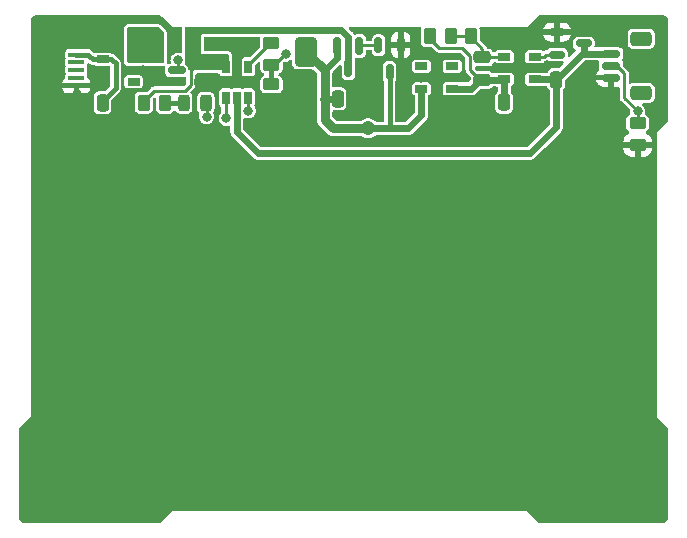
<source format=gbr>
%TF.GenerationSoftware,KiCad,Pcbnew,7.0.10*%
%TF.CreationDate,2024-01-23T14:54:21+11:00*%
%TF.ProjectId,cphp82001-pcb,63706870-3832-4303-9031-2d7063622e6b,3.1*%
%TF.SameCoordinates,Original*%
%TF.FileFunction,Copper,L1,Top*%
%TF.FilePolarity,Positive*%
%FSLAX46Y46*%
G04 Gerber Fmt 4.6, Leading zero omitted, Abs format (unit mm)*
G04 Created by KiCad (PCBNEW 7.0.10) date 2024-01-23 14:54:21*
%MOMM*%
%LPD*%
G01*
G04 APERTURE LIST*
G04 Aperture macros list*
%AMRoundRect*
0 Rectangle with rounded corners*
0 $1 Rounding radius*
0 $2 $3 $4 $5 $6 $7 $8 $9 X,Y pos of 4 corners*
0 Add a 4 corners polygon primitive as box body*
4,1,4,$2,$3,$4,$5,$6,$7,$8,$9,$2,$3,0*
0 Add four circle primitives for the rounded corners*
1,1,$1+$1,$2,$3*
1,1,$1+$1,$4,$5*
1,1,$1+$1,$6,$7*
1,1,$1+$1,$8,$9*
0 Add four rect primitives between the rounded corners*
20,1,$1+$1,$2,$3,$4,$5,0*
20,1,$1+$1,$4,$5,$6,$7,0*
20,1,$1+$1,$6,$7,$8,$9,0*
20,1,$1+$1,$8,$9,$2,$3,0*%
G04 Aperture macros list end*
%TA.AperFunction,SMDPad,CuDef*%
%ADD10RoundRect,0.150000X-0.150000X0.512500X-0.150000X-0.512500X0.150000X-0.512500X0.150000X0.512500X0*%
%TD*%
%TA.AperFunction,SMDPad,CuDef*%
%ADD11RoundRect,0.150000X-0.150000X0.587500X-0.150000X-0.587500X0.150000X-0.587500X0.150000X0.587500X0*%
%TD*%
%TA.AperFunction,SMDPad,CuDef*%
%ADD12RoundRect,0.250000X-0.650000X1.000000X-0.650000X-1.000000X0.650000X-1.000000X0.650000X1.000000X0*%
%TD*%
%TA.AperFunction,SMDPad,CuDef*%
%ADD13RoundRect,0.250000X-0.250000X-0.475000X0.250000X-0.475000X0.250000X0.475000X-0.250000X0.475000X0*%
%TD*%
%TA.AperFunction,SMDPad,CuDef*%
%ADD14RoundRect,0.243750X0.243750X0.456250X-0.243750X0.456250X-0.243750X-0.456250X0.243750X-0.456250X0*%
%TD*%
%TA.AperFunction,SMDPad,CuDef*%
%ADD15RoundRect,0.050000X-0.500000X-0.250000X0.500000X-0.250000X0.500000X0.250000X-0.500000X0.250000X0*%
%TD*%
%TA.AperFunction,SMDPad,CuDef*%
%ADD16RoundRect,0.050000X0.250000X-0.500000X0.250000X0.500000X-0.250000X0.500000X-0.250000X-0.500000X0*%
%TD*%
%TA.AperFunction,SMDPad,CuDef*%
%ADD17R,1.350000X0.400000*%
%TD*%
%TA.AperFunction,ComponentPad*%
%ADD18O,0.800000X1.600000*%
%TD*%
%TA.AperFunction,ComponentPad*%
%ADD19O,1.550000X0.750000*%
%TD*%
%TA.AperFunction,SMDPad,CuDef*%
%ADD20R,1.550000X1.300000*%
%TD*%
%TA.AperFunction,SMDPad,CuDef*%
%ADD21R,1.550000X1.500000*%
%TD*%
%TA.AperFunction,SMDPad,CuDef*%
%ADD22RoundRect,0.250000X0.450000X-0.262500X0.450000X0.262500X-0.450000X0.262500X-0.450000X-0.262500X0*%
%TD*%
%TA.AperFunction,SMDPad,CuDef*%
%ADD23RoundRect,0.150000X-0.512500X-0.150000X0.512500X-0.150000X0.512500X0.150000X-0.512500X0.150000X0*%
%TD*%
%TA.AperFunction,SMDPad,CuDef*%
%ADD24RoundRect,0.250000X0.250000X0.475000X-0.250000X0.475000X-0.250000X-0.475000X0.250000X-0.475000X0*%
%TD*%
%TA.AperFunction,SMDPad,CuDef*%
%ADD25RoundRect,0.150000X-0.587500X-0.150000X0.587500X-0.150000X0.587500X0.150000X-0.587500X0.150000X0*%
%TD*%
%TA.AperFunction,SMDPad,CuDef*%
%ADD26RoundRect,0.050000X0.500000X0.250000X-0.500000X0.250000X-0.500000X-0.250000X0.500000X-0.250000X0*%
%TD*%
%TA.AperFunction,SMDPad,CuDef*%
%ADD27RoundRect,0.250000X0.262500X0.450000X-0.262500X0.450000X-0.262500X-0.450000X0.262500X-0.450000X0*%
%TD*%
%TA.AperFunction,SMDPad,CuDef*%
%ADD28RoundRect,0.250000X-0.262500X-0.450000X0.262500X-0.450000X0.262500X0.450000X-0.262500X0.450000X0*%
%TD*%
%TA.AperFunction,SMDPad,CuDef*%
%ADD29RoundRect,0.150000X-0.625000X0.150000X-0.625000X-0.150000X0.625000X-0.150000X0.625000X0.150000X0*%
%TD*%
%TA.AperFunction,SMDPad,CuDef*%
%ADD30RoundRect,0.250000X-0.650000X0.350000X-0.650000X-0.350000X0.650000X-0.350000X0.650000X0.350000X0*%
%TD*%
%TA.AperFunction,SMDPad,CuDef*%
%ADD31RoundRect,0.225000X0.225000X0.375000X-0.225000X0.375000X-0.225000X-0.375000X0.225000X-0.375000X0*%
%TD*%
%TA.AperFunction,SMDPad,CuDef*%
%ADD32RoundRect,0.250000X-0.475000X0.250000X-0.475000X-0.250000X0.475000X-0.250000X0.475000X0.250000X0*%
%TD*%
%TA.AperFunction,ViaPad*%
%ADD33C,0.800000*%
%TD*%
%TA.AperFunction,ViaPad*%
%ADD34C,1.200000*%
%TD*%
%TA.AperFunction,Conductor*%
%ADD35C,0.600000*%
%TD*%
%TA.AperFunction,Conductor*%
%ADD36C,0.250000*%
%TD*%
%TA.AperFunction,Conductor*%
%ADD37C,0.400000*%
%TD*%
%TA.AperFunction,Conductor*%
%ADD38C,0.800000*%
%TD*%
G04 APERTURE END LIST*
D10*
%TO.P,U4,1,GND*%
%TO.N,/GND*%
X32850000Y-3062500D03*
%TO.P,U4,2,RESET*%
%TO.N,/PASSG*%
X30950000Y-3062500D03*
%TO.P,U4,3,VCC*%
%TO.N,/VOUT*%
X31900000Y-5337500D03*
%TD*%
D11*
%TO.P,Q2,1,G*%
%TO.N,/PASSG*%
X29350000Y-3125000D03*
%TO.P,Q2,2,S*%
%TO.N,/VOUT*%
X27450000Y-3125000D03*
%TO.P,Q2,3,D*%
%TO.N,/VCC*%
X28400000Y-5000000D03*
%TD*%
D12*
%TO.P,D2,1,K*%
%TO.N,/VOUT*%
X24800000Y-3600000D03*
%TO.P,D2,2,A*%
%TO.N,/GND*%
X24800000Y-7600000D03*
%TD*%
D13*
%TO.P,C5,1*%
%TO.N,/B+*%
X46000000Y-6000000D03*
%TO.P,C5,2*%
%TO.N,/GND*%
X47900000Y-6000000D03*
%TD*%
D14*
%TO.P,D3,1,K*%
%TO.N,/CHG*%
X16337500Y-7950000D03*
%TO.P,D3,2,A*%
%TO.N,/LCHG*%
X14462500Y-7950000D03*
%TD*%
D15*
%TO.P,U6,1,IN*%
%TO.N,/VBUS1*%
X7625000Y-4250000D03*
%TO.P,U6,2,GND*%
%TO.N,/GND*%
X7625000Y-5200000D03*
%TO.P,U6,3,~{EN}*%
X7625000Y-6150000D03*
%TO.P,U6,4,~{FLAG}*%
%TO.N,unconnected-(U6-~{FLAG}-Pad4)*%
X10225000Y-6150000D03*
%TO.P,U6,5,OUT*%
%TO.N,/VBUS*%
X10225000Y-4250000D03*
%TD*%
D13*
%TO.P,C7,1*%
%TO.N,/VOUT*%
X27500000Y-7600000D03*
%TO.P,C7,2*%
%TO.N,/GND*%
X29400000Y-7600000D03*
%TD*%
%TO.P,C6,1*%
%TO.N,/VBUS1*%
X7600000Y-7950000D03*
%TO.P,C6,2*%
%TO.N,/GND*%
X9500000Y-7950000D03*
%TD*%
D16*
%TO.P,U1,1,TS*%
%TO.N,/TS*%
X18025000Y-7500000D03*
%TO.P,U1,2,VOUT*%
%TO.N,/B+*%
X18975000Y-7500000D03*
%TO.P,U1,3,~{CHG}*%
%TO.N,/CHG*%
X19925000Y-7500000D03*
%TO.P,U1,4,ISET*%
%TO.N,/PROG*%
X19925000Y-4900000D03*
%TO.P,U1,5,GND*%
%TO.N,/GND*%
X18975000Y-4900000D03*
%TO.P,U1,6,VIN*%
%TO.N,/VCC*%
X18025000Y-4900000D03*
%TD*%
D17*
%TO.P,J1,1,1*%
%TO.N,/VBUS1*%
X5375000Y-3850000D03*
%TO.P,J1,2,2*%
%TO.N,unconnected-(J1-Pad2)*%
X5375000Y-4500000D03*
%TO.P,J1,3,3*%
%TO.N,unconnected-(J1-Pad3)*%
X5375000Y-5150000D03*
%TO.P,J1,4,4*%
%TO.N,unconnected-(J1-Pad4)*%
X5375000Y-5800000D03*
%TO.P,J1,5,5*%
%TO.N,/GND*%
X5375000Y-6450000D03*
D18*
%TO.P,J1,S1,SHIELD*%
X5400000Y-2650000D03*
%TO.P,J1,S2,SHIELD__1*%
X5400000Y-7650000D03*
D19*
%TO.P,J1,S3,SHIELD__2*%
X2700000Y-1625000D03*
D20*
X2700000Y-2250000D03*
D21*
%TO.P,J1,S4,SHIELD__3*%
X2700000Y-4150000D03*
%TO.P,J1,S5,SHIELD__4*%
X2700000Y-6150000D03*
D20*
%TO.P,J1,S6,SHIELD__5*%
X2700000Y-8050000D03*
D19*
X2700000Y-8675000D03*
%TD*%
D22*
%TO.P,R1,1*%
%TO.N,/PROG2*%
X21900000Y-4725000D03*
%TO.P,R1,2*%
%TO.N,/PROG*%
X21900000Y-2900000D03*
%TD*%
%TO.P,R8,1*%
%TO.N,/GND*%
X21900000Y-8212500D03*
%TO.P,R8,2*%
%TO.N,/PROG2*%
X21900000Y-6387500D03*
%TD*%
%TO.P,R13,1*%
%TO.N,/GND*%
X52900000Y-11500000D03*
%TO.P,R13,2*%
%TO.N,/TS*%
X52900000Y-9675000D03*
%TD*%
D23*
%TO.P,U5,1,GND*%
%TO.N,/GND*%
X46062500Y-1950000D03*
%TO.P,U5,2,~{RESET}*%
%TO.N,/EN*%
X46062500Y-3850000D03*
%TO.P,U5,3,VCC*%
%TO.N,/B+*%
X48337500Y-2900000D03*
%TD*%
D24*
%TO.P,C3,1*%
%TO.N,/VREG*%
X41600000Y-7900000D03*
%TO.P,C3,2*%
%TO.N,/GND*%
X39700000Y-7900000D03*
%TD*%
D25*
%TO.P,Q1,1,G*%
%TO.N,/VBUS*%
X12025000Y-4250000D03*
%TO.P,Q1,2,S*%
%TO.N,/GND*%
X12025000Y-6150000D03*
%TO.P,Q1,3,D*%
%TO.N,/PROG2*%
X13900000Y-5200000D03*
%TD*%
D26*
%TO.P,U3,1,VDD*%
%TO.N,/VREG*%
X37200000Y-6750000D03*
%TO.P,U3,2,GND*%
%TO.N,/GND*%
X37200000Y-5800000D03*
%TO.P,U3,3,EN*%
%TO.N,unconnected-(U3-EN-Pad3)*%
X37200000Y-4850000D03*
%TO.P,U3,4,NC*%
%TO.N,unconnected-(U3-NC-Pad4)*%
X34600000Y-4850000D03*
%TO.P,U3,5,OUT*%
%TO.N,/VOUT*%
X34600000Y-6750000D03*
%TD*%
D27*
%TO.P,R2,1*%
%TO.N,/LCHG*%
X12912500Y-7950000D03*
%TO.P,R2,2*%
%TO.N,/VCC*%
X11087500Y-7950000D03*
%TD*%
D28*
%TO.P,R5,1*%
%TO.N,/ADJ*%
X38787500Y-2300000D03*
%TO.P,R5,2*%
%TO.N,/GND*%
X40612500Y-2300000D03*
%TD*%
D29*
%TO.P,BT1,1,Pin_1*%
%TO.N,/B+*%
X50675000Y-3800000D03*
%TO.P,BT1,2,Pin_2*%
%TO.N,/TS*%
X50675000Y-4800000D03*
%TO.P,BT1,3,Pin_3*%
%TO.N,/GND*%
X50675000Y-5800000D03*
D30*
%TO.P,BT1,MP*%
%TO.N,N/C*%
X53200000Y-2500000D03*
X53200000Y-7100000D03*
%TD*%
D28*
%TO.P,R4,1*%
%TO.N,/VREG*%
X35300000Y-2300000D03*
%TO.P,R4,2*%
%TO.N,/ADJ*%
X37125000Y-2300000D03*
%TD*%
D26*
%TO.P,U2,1,IN*%
%TO.N,/B+*%
X44200000Y-5950000D03*
%TO.P,U2,2,GND*%
%TO.N,/GND*%
X44200000Y-5000000D03*
%TO.P,U2,3,EN*%
%TO.N,/EN*%
X44200000Y-4050000D03*
%TO.P,U2,4,ADJ*%
%TO.N,/ADJ*%
X41600000Y-4050000D03*
%TO.P,U2,5,OUT*%
%TO.N,/VREG*%
X41600000Y-5950000D03*
%TD*%
D28*
%TO.P,R9,1*%
%TO.N,/GND*%
X8450000Y-2250000D03*
%TO.P,R9,2*%
%TO.N,/VBUS*%
X10275000Y-2250000D03*
%TD*%
D31*
%TO.P,D1,1,K*%
%TO.N,/VCC*%
X15400000Y-2250000D03*
%TO.P,D1,2,A*%
%TO.N,/VBUS*%
X12100000Y-2250000D03*
%TD*%
D32*
%TO.P,C1,1*%
%TO.N,/VCC*%
X16125000Y-4300000D03*
%TO.P,C1,2*%
%TO.N,/GND*%
X16125000Y-6200000D03*
%TD*%
%TO.P,C2,1*%
%TO.N,/ADJ*%
X39750000Y-4100000D03*
%TO.P,C2,2*%
%TO.N,/VREG*%
X39750000Y-6000000D03*
%TD*%
D33*
%TO.N,/GND*%
X49000000Y-5800000D03*
X43600000Y-2800000D03*
X42200000Y-2800000D03*
X5000000Y-32500000D03*
X35900000Y-6800000D03*
X5000000Y-22000000D03*
X35900000Y-5800000D03*
X17900000Y-6150000D03*
X19000000Y-6150000D03*
X41500000Y-5000000D03*
X2500000Y-42000000D03*
X4500000Y-13500000D03*
X42900000Y-5000000D03*
X44100000Y-7200000D03*
X35900000Y-4800000D03*
X28500000Y-8750000D03*
X19000000Y-3550000D03*
X51000000Y-15000000D03*
X42900000Y-3950000D03*
X16800000Y-3000000D03*
X9550000Y-9600000D03*
X53250000Y-5650000D03*
X51000000Y-42000000D03*
X20050000Y-3000000D03*
X34600000Y-5800000D03*
X23250000Y-7500000D03*
X24100000Y-5700000D03*
X36000000Y-40500000D03*
X35900000Y-8100000D03*
X20000000Y-40500000D03*
X37300000Y-8100000D03*
X30950000Y-8750000D03*
X42900000Y-7200000D03*
X34600000Y-3700000D03*
X51000000Y-22000000D03*
X11000000Y-5200000D03*
X51000000Y-30000000D03*
X33000000Y-8250000D03*
X17900000Y-3000000D03*
X48400000Y-9300000D03*
X25200000Y-5700000D03*
X20050000Y-6150000D03*
X42900000Y-6050000D03*
X23250000Y-8900000D03*
%TO.N,/CHG*%
X19925000Y-8600000D03*
X16400000Y-9100000D03*
D34*
%TO.N,/VOUT*%
X30100000Y-10100000D03*
D33*
%TO.N,/PROG2*%
X14000000Y-4350000D03*
X23100000Y-3800000D03*
%TO.N,/TS*%
X52900000Y-8650000D03*
X18075000Y-9250000D03*
%TD*%
D35*
%TO.N,/B+*%
X48200000Y-3800000D02*
X46000000Y-6000000D01*
X48350000Y-3800000D02*
X48200000Y-3800000D01*
X45950000Y-5950000D02*
X46000000Y-6000000D01*
X44200000Y-5950000D02*
X45950000Y-5950000D01*
X43800000Y-12200000D02*
X46000000Y-10000000D01*
X20750000Y-12200000D02*
X43800000Y-12200000D01*
X18975000Y-10425000D02*
X20750000Y-12200000D01*
X18975000Y-7500000D02*
X18975000Y-10425000D01*
X46000000Y-10000000D02*
X46000000Y-6000000D01*
D36*
%TO.N,/VREG*%
X36125000Y-3325000D02*
X38025000Y-3325000D01*
X38025000Y-3325000D02*
X38700000Y-4000000D01*
X38700000Y-4000000D02*
X38700000Y-5150000D01*
X38700000Y-5150000D02*
X39550000Y-6000000D01*
X35300000Y-2300000D02*
X35300000Y-2500000D01*
X35300000Y-2500000D02*
X36125000Y-3325000D01*
%TO.N,/ADJ*%
X38787500Y-2300000D02*
X37125000Y-2300000D01*
X39750000Y-3350000D02*
X39750000Y-4100000D01*
X38787500Y-2387500D02*
X39750000Y-3350000D01*
X38787500Y-2300000D02*
X38787500Y-2387500D01*
%TO.N,/PASSG*%
X29412500Y-3062500D02*
X29350000Y-3125000D01*
X30950000Y-3062500D02*
X29412500Y-3062500D01*
D37*
%TO.N,/VOUT*%
X31900000Y-5337500D02*
X31900000Y-10100000D01*
D35*
X31900000Y-10100000D02*
X33500000Y-10100000D01*
X30100000Y-10100000D02*
X31900000Y-10100000D01*
D36*
%TO.N,/EN*%
X45150000Y-3850000D02*
X46062500Y-3850000D01*
X44950000Y-4050000D02*
X45150000Y-3850000D01*
X44200000Y-4050000D02*
X44950000Y-4050000D01*
D35*
%TO.N,/B+*%
X48350000Y-3800000D02*
X48350000Y-2912500D01*
X50675000Y-3800000D02*
X48350000Y-3800000D01*
X48350000Y-2912500D02*
X48337500Y-2900000D01*
D36*
%TO.N,/VCC*%
X14575000Y-6925000D02*
X11975000Y-6925000D01*
D35*
X15400000Y-2250000D02*
X15850000Y-1800000D01*
D36*
X15900000Y-4300000D02*
X15075000Y-5125000D01*
X15075000Y-5125000D02*
X15075000Y-6425000D01*
D35*
X15850000Y-1800000D02*
X27800000Y-1800000D01*
X28400000Y-2400000D02*
X28400000Y-5000000D01*
X27800000Y-1800000D02*
X28400000Y-2400000D01*
D36*
X11975000Y-6925000D02*
X11087500Y-7812500D01*
X15075000Y-6425000D02*
X14575000Y-6925000D01*
D35*
%TO.N,/VREG*%
X41600000Y-6000000D02*
X39750000Y-6000000D01*
X38800000Y-6750000D02*
X39550000Y-6000000D01*
X41600000Y-7900000D02*
X41600000Y-6000000D01*
X37200000Y-6750000D02*
X38800000Y-6750000D01*
D36*
%TO.N,/CHG*%
X19925000Y-8600000D02*
X19925000Y-7500000D01*
X16400000Y-9100000D02*
X16400000Y-8012500D01*
D37*
%TO.N,/LCHG*%
X12912500Y-7950000D02*
X14462500Y-7950000D01*
D35*
%TO.N,/VOUT*%
X34600000Y-9000000D02*
X34600000Y-6750000D01*
X27450000Y-3125000D02*
X27450000Y-4150000D01*
X27450000Y-7600000D02*
X26300000Y-7600000D01*
D38*
X26400000Y-9400000D02*
X26400000Y-7700000D01*
X26400000Y-5200000D02*
X24800000Y-3600000D01*
X26400000Y-7500000D02*
X26400000Y-5200000D01*
X30100000Y-10100000D02*
X27100000Y-10100000D01*
D35*
X27450000Y-4150000D02*
X26400000Y-5200000D01*
X33500000Y-10100000D02*
X34600000Y-9000000D01*
D38*
X27100000Y-10100000D02*
X26400000Y-9400000D01*
D36*
%TO.N,/PROG*%
X21800000Y-2900000D02*
X21900000Y-2900000D01*
X19925000Y-4775000D02*
X21800000Y-2900000D01*
%TO.N,/ADJ*%
X39750000Y-4100000D02*
X41600000Y-4100000D01*
%TO.N,/PROG2*%
X22125000Y-4725000D02*
X21900000Y-4725000D01*
D37*
X21900000Y-6387500D02*
X21900000Y-4725000D01*
D36*
X23050000Y-3800000D02*
X22125000Y-4725000D01*
X14000000Y-5200000D02*
X14000000Y-4350000D01*
X23100000Y-3800000D02*
X23050000Y-3800000D01*
%TO.N,/TS*%
X52900000Y-8650000D02*
X51775000Y-7525000D01*
X18075000Y-9250000D02*
X18025000Y-9200000D01*
X51775000Y-7525000D02*
X51775000Y-5449092D01*
X18025000Y-9200000D02*
X18025000Y-7500000D01*
X52900000Y-8650000D02*
X52900000Y-9675000D01*
X51775000Y-5449092D02*
X51125908Y-4800000D01*
D37*
%TO.N,/VBUS1*%
X8700000Y-6700000D02*
X7600000Y-7800000D01*
X8700000Y-4600000D02*
X8700000Y-6700000D01*
X6750000Y-4250000D02*
X8350000Y-4250000D01*
X8350000Y-4250000D02*
X8700000Y-4600000D01*
X6350000Y-3850000D02*
X6750000Y-4250000D01*
X5375000Y-3850000D02*
X6350000Y-3850000D01*
%TD*%
%TA.AperFunction,Conductor*%
%TO.N,/VCC*%
G36*
X15843039Y-1519685D02*
G01*
X15888794Y-1572489D01*
X15900000Y-1624000D01*
X15900000Y-3800000D01*
X18176000Y-3800000D01*
X18243039Y-3819685D01*
X18288794Y-3872489D01*
X18300000Y-3924000D01*
X18300000Y-5076000D01*
X18280315Y-5143039D01*
X18227511Y-5188794D01*
X18176000Y-5200000D01*
X14962000Y-5200000D01*
X14894961Y-5180315D01*
X14849206Y-5127511D01*
X14838000Y-5076000D01*
X14838000Y-5016739D01*
X14828073Y-4948608D01*
X14828073Y-4948607D01*
X14776698Y-4843517D01*
X14776696Y-4843515D01*
X14776696Y-4843514D01*
X14693983Y-4760801D01*
X14669539Y-4748851D01*
X14617957Y-4701723D01*
X14600000Y-4637451D01*
X14600000Y-4401285D01*
X14601061Y-4385099D01*
X14605682Y-4349999D01*
X14605682Y-4349998D01*
X14601061Y-4314899D01*
X14600000Y-4298714D01*
X14600000Y-1624000D01*
X14619685Y-1556961D01*
X14672489Y-1511206D01*
X14724000Y-1500000D01*
X15776000Y-1500000D01*
X15843039Y-1519685D01*
G37*
%TD.AperFunction*%
%TD*%
%TA.AperFunction,Conductor*%
%TO.N,/VBUS*%
G36*
X12315677Y-1519685D02*
G01*
X12336319Y-1536319D01*
X12763681Y-1963681D01*
X12797166Y-2025004D01*
X12800000Y-2051362D01*
X12800000Y-4426000D01*
X12780315Y-4493039D01*
X12727511Y-4538794D01*
X12676000Y-4550000D01*
X9824000Y-4550000D01*
X9756961Y-4530315D01*
X9711206Y-4477511D01*
X9700000Y-4426000D01*
X9700000Y-1624000D01*
X9719685Y-1556961D01*
X9772489Y-1511206D01*
X9824000Y-1500000D01*
X12248638Y-1500000D01*
X12315677Y-1519685D01*
G37*
%TD.AperFunction*%
%TD*%
%TA.AperFunction,Conductor*%
%TO.N,/GND*%
G36*
X12300952Y-501061D02*
G01*
X12406116Y-514906D01*
X12437383Y-523284D01*
X12527808Y-560739D01*
X12555842Y-576924D01*
X12640003Y-641503D01*
X12652198Y-652198D01*
X13353547Y-1353548D01*
X13353554Y-1353554D01*
X13500000Y-1500000D01*
X13707114Y-1500000D01*
X14220500Y-1500000D01*
X14287539Y-1519685D01*
X14333294Y-1572489D01*
X14344500Y-1624000D01*
X14344500Y-3606668D01*
X14324815Y-3673707D01*
X14272011Y-3719462D01*
X14202853Y-3729406D01*
X14190826Y-3727065D01*
X14078986Y-3699500D01*
X14078985Y-3699500D01*
X13921015Y-3699500D01*
X13921014Y-3699500D01*
X13767634Y-3737303D01*
X13627762Y-3810715D01*
X13566310Y-3865156D01*
X13523537Y-3903050D01*
X13509516Y-3915471D01*
X13419781Y-4045475D01*
X13419780Y-4045476D01*
X13363762Y-4193181D01*
X13344722Y-4349999D01*
X13344722Y-4350000D01*
X13364667Y-4514264D01*
X13361577Y-4514639D01*
X13359137Y-4570275D01*
X13318822Y-4627341D01*
X13261202Y-4652632D01*
X13180585Y-4665400D01*
X13111292Y-4656445D01*
X13057840Y-4611449D01*
X13037201Y-4544697D01*
X13042212Y-4507990D01*
X13045150Y-4497985D01*
X13055500Y-4426000D01*
X13055500Y-2051362D01*
X13054036Y-2024048D01*
X13051202Y-1997690D01*
X13021413Y-1902556D01*
X12987928Y-1841233D01*
X12944347Y-1783015D01*
X12944342Y-1783010D01*
X12944334Y-1783001D01*
X12516998Y-1355666D01*
X12516985Y-1355653D01*
X12496635Y-1337374D01*
X12496629Y-1337369D01*
X12496620Y-1337361D01*
X12475999Y-1320744D01*
X12475996Y-1320742D01*
X12475993Y-1320740D01*
X12387662Y-1274535D01*
X12387659Y-1274534D01*
X12320624Y-1254850D01*
X12320616Y-1254848D01*
X12248639Y-1244500D01*
X12248638Y-1244500D01*
X9824000Y-1244500D01*
X9823997Y-1244500D01*
X9769687Y-1250338D01*
X9718181Y-1261543D01*
X9718172Y-1261546D01*
X9691807Y-1268779D01*
X9691796Y-1268783D01*
X9605181Y-1318105D01*
X9605173Y-1318111D01*
X9552371Y-1363863D01*
X9520743Y-1396640D01*
X9474534Y-1484977D01*
X9474533Y-1484977D01*
X9454851Y-1552009D01*
X9454848Y-1552021D01*
X9444500Y-1623998D01*
X9444500Y-3865156D01*
X9433935Y-3915240D01*
X9427416Y-3930003D01*
X9427415Y-3930008D01*
X9424500Y-3955131D01*
X9424500Y-4544856D01*
X9424502Y-4544882D01*
X9427413Y-4569987D01*
X9427415Y-4569991D01*
X9472793Y-4672764D01*
X9472794Y-4672765D01*
X9552235Y-4752206D01*
X9655009Y-4797585D01*
X9680135Y-4800500D01*
X9780355Y-4800499D01*
X9798004Y-4801761D01*
X9823998Y-4805499D01*
X9823999Y-4805500D01*
X9824000Y-4805500D01*
X12676000Y-4805500D01*
X12730313Y-4799661D01*
X12777176Y-4789466D01*
X12846867Y-4794450D01*
X12902801Y-4836320D01*
X12927219Y-4901784D01*
X12926008Y-4930029D01*
X12912000Y-5018474D01*
X12912000Y-5381517D01*
X12920174Y-5433127D01*
X12926854Y-5475304D01*
X12984450Y-5588342D01*
X12984452Y-5588344D01*
X12984454Y-5588347D01*
X13074152Y-5678045D01*
X13074154Y-5678046D01*
X13074158Y-5678050D01*
X13170687Y-5727234D01*
X13187198Y-5735647D01*
X13280975Y-5750499D01*
X13280981Y-5750500D01*
X14519018Y-5750499D01*
X14519022Y-5750499D01*
X14556102Y-5744626D01*
X14625395Y-5753580D01*
X14678847Y-5798576D01*
X14699487Y-5865328D01*
X14699500Y-5867099D01*
X14699500Y-6218100D01*
X14679815Y-6285139D01*
X14663181Y-6305781D01*
X14455781Y-6513181D01*
X14394458Y-6546666D01*
X14368100Y-6549500D01*
X12026803Y-6549500D01*
X12001358Y-6546861D01*
X12000428Y-6546666D01*
X11990732Y-6544633D01*
X11990731Y-6544633D01*
X11959323Y-6548548D01*
X11943985Y-6549500D01*
X11943885Y-6549500D01*
X11923381Y-6552920D01*
X11918321Y-6553657D01*
X11866382Y-6560132D01*
X11858842Y-6562377D01*
X11851393Y-6564934D01*
X11851390Y-6564935D01*
X11851386Y-6564936D01*
X11851383Y-6564938D01*
X11805367Y-6589840D01*
X11800812Y-6592185D01*
X11753791Y-6615172D01*
X11747381Y-6619748D01*
X11741174Y-6624579D01*
X11705718Y-6663094D01*
X11702172Y-6666789D01*
X11405780Y-6963181D01*
X11344457Y-6996666D01*
X11318099Y-6999500D01*
X10777129Y-6999500D01*
X10777123Y-6999501D01*
X10717516Y-7005908D01*
X10582671Y-7056202D01*
X10582664Y-7056206D01*
X10467455Y-7142452D01*
X10467452Y-7142455D01*
X10381206Y-7257664D01*
X10381202Y-7257671D01*
X10330908Y-7392517D01*
X10324501Y-7452116D01*
X10324500Y-7452135D01*
X10324500Y-8447870D01*
X10324501Y-8447876D01*
X10330908Y-8507483D01*
X10381202Y-8642328D01*
X10381206Y-8642335D01*
X10467452Y-8757544D01*
X10467455Y-8757547D01*
X10582664Y-8843793D01*
X10582671Y-8843797D01*
X10598391Y-8849660D01*
X10717517Y-8894091D01*
X10777127Y-8900500D01*
X11397872Y-8900499D01*
X11457483Y-8894091D01*
X11592331Y-8843796D01*
X11707546Y-8757546D01*
X11793796Y-8642331D01*
X11844091Y-8507483D01*
X11850500Y-8447873D01*
X11850499Y-7631898D01*
X11870183Y-7564860D01*
X11886818Y-7544218D01*
X11937819Y-7493217D01*
X11999142Y-7459732D01*
X12068834Y-7464716D01*
X12124767Y-7506588D01*
X12149184Y-7572052D01*
X12149500Y-7580898D01*
X12149500Y-8447870D01*
X12149501Y-8447876D01*
X12155908Y-8507483D01*
X12206202Y-8642328D01*
X12206206Y-8642335D01*
X12292452Y-8757544D01*
X12292455Y-8757547D01*
X12407664Y-8843793D01*
X12407671Y-8843797D01*
X12423391Y-8849660D01*
X12542517Y-8894091D01*
X12602127Y-8900500D01*
X13222872Y-8900499D01*
X13282483Y-8894091D01*
X13417331Y-8843796D01*
X13532546Y-8757546D01*
X13599174Y-8668542D01*
X13655105Y-8626672D01*
X13724797Y-8621688D01*
X13786120Y-8655173D01*
X13797706Y-8668543D01*
X13865669Y-8759331D01*
X13940665Y-8815472D01*
X13978501Y-8843796D01*
X13979446Y-8844503D01*
X14112609Y-8894171D01*
X14171479Y-8900500D01*
X14753520Y-8900499D01*
X14812391Y-8894171D01*
X14945554Y-8844503D01*
X15059331Y-8759331D01*
X15144503Y-8645554D01*
X15194171Y-8512391D01*
X15196536Y-8490383D01*
X15200499Y-8453537D01*
X15200499Y-8453526D01*
X15200500Y-8453521D01*
X15200500Y-8453517D01*
X15599500Y-8453517D01*
X15599501Y-8453526D01*
X15605828Y-8512391D01*
X15646595Y-8621688D01*
X15655497Y-8645554D01*
X15740669Y-8759331D01*
X15740672Y-8759333D01*
X15746944Y-8765606D01*
X15745427Y-8767122D01*
X15780097Y-8813433D01*
X15785083Y-8883125D01*
X15779859Y-8900739D01*
X15763763Y-8943180D01*
X15763762Y-8943185D01*
X15744722Y-9099999D01*
X15744722Y-9100000D01*
X15763762Y-9256818D01*
X15815965Y-9394463D01*
X15819780Y-9404523D01*
X15909517Y-9534530D01*
X16027760Y-9639283D01*
X16027762Y-9639284D01*
X16167634Y-9712696D01*
X16321014Y-9750500D01*
X16321015Y-9750500D01*
X16478985Y-9750500D01*
X16632365Y-9712696D01*
X16686034Y-9684528D01*
X16772240Y-9639283D01*
X16890483Y-9534530D01*
X16980220Y-9404523D01*
X17036237Y-9256818D01*
X17037065Y-9250000D01*
X17419722Y-9250000D01*
X17438762Y-9406818D01*
X17486358Y-9532317D01*
X17494780Y-9554523D01*
X17584517Y-9684530D01*
X17702760Y-9789283D01*
X17702762Y-9789284D01*
X17842634Y-9862696D01*
X17996014Y-9900500D01*
X17996015Y-9900500D01*
X18153985Y-9900500D01*
X18270825Y-9871702D01*
X18340628Y-9874771D01*
X18397690Y-9915091D01*
X18423895Y-9979861D01*
X18424500Y-9992099D01*
X18424500Y-10413477D01*
X18424428Y-10417709D01*
X18422238Y-10481829D01*
X18431963Y-10521733D01*
X18434334Y-10534208D01*
X18439930Y-10574920D01*
X18447079Y-10591379D01*
X18453819Y-10611420D01*
X18458067Y-10628852D01*
X18458067Y-10628853D01*
X18478206Y-10664671D01*
X18483846Y-10676025D01*
X18495854Y-10703670D01*
X18500221Y-10713723D01*
X18511541Y-10727636D01*
X18523439Y-10745117D01*
X18532234Y-10760760D01*
X18532236Y-10760761D01*
X18561286Y-10789811D01*
X18569784Y-10799226D01*
X18595722Y-10831108D01*
X18610381Y-10841455D01*
X18626552Y-10855077D01*
X20352578Y-12581102D01*
X20355521Y-12584147D01*
X20399317Y-12631041D01*
X20399317Y-12631042D01*
X20399319Y-12631043D01*
X20399320Y-12631044D01*
X20434439Y-12652399D01*
X20444913Y-12659529D01*
X20477658Y-12684361D01*
X20494353Y-12690944D01*
X20513290Y-12700351D01*
X20528618Y-12709672D01*
X20550436Y-12715785D01*
X20568183Y-12720758D01*
X20580213Y-12724803D01*
X20618436Y-12739876D01*
X20636287Y-12741711D01*
X20657052Y-12745657D01*
X20674335Y-12750500D01*
X20715418Y-12750500D01*
X20728098Y-12751150D01*
X20731178Y-12751466D01*
X20768972Y-12755352D01*
X20786656Y-12752303D01*
X20807724Y-12750500D01*
X43788478Y-12750500D01*
X43792710Y-12750572D01*
X43794674Y-12750639D01*
X43856826Y-12752762D01*
X43896755Y-12743030D01*
X43909192Y-12740667D01*
X43949920Y-12735070D01*
X43966383Y-12727918D01*
X43986416Y-12721181D01*
X44003852Y-12716933D01*
X44039695Y-12696778D01*
X44051015Y-12691157D01*
X44088720Y-12674780D01*
X44102632Y-12663460D01*
X44120123Y-12651557D01*
X44135755Y-12642768D01*
X44135753Y-12642768D01*
X44135759Y-12642766D01*
X44164822Y-12613701D01*
X44174229Y-12605212D01*
X44206108Y-12579278D01*
X44216456Y-12564616D01*
X44230074Y-12548449D01*
X45028523Y-11750000D01*
X51700001Y-11750000D01*
X51700001Y-11812486D01*
X51710494Y-11915197D01*
X51765641Y-12081619D01*
X51765643Y-12081624D01*
X51857684Y-12230845D01*
X51981654Y-12354815D01*
X52130875Y-12446856D01*
X52130880Y-12446858D01*
X52297302Y-12502005D01*
X52297309Y-12502006D01*
X52400019Y-12512499D01*
X52649999Y-12512499D01*
X52650000Y-12512498D01*
X52650000Y-11750000D01*
X53150000Y-11750000D01*
X53150000Y-12512499D01*
X53399972Y-12512499D01*
X53399986Y-12512498D01*
X53502697Y-12502005D01*
X53669119Y-12446858D01*
X53669124Y-12446856D01*
X53818345Y-12354815D01*
X53942315Y-12230845D01*
X54034356Y-12081624D01*
X54034358Y-12081619D01*
X54089505Y-11915197D01*
X54089506Y-11915190D01*
X54099999Y-11812486D01*
X54100000Y-11812473D01*
X54100000Y-11750000D01*
X53150000Y-11750000D01*
X52650000Y-11750000D01*
X51700001Y-11750000D01*
X45028523Y-11750000D01*
X46381145Y-10397378D01*
X46384130Y-10394493D01*
X46431044Y-10350680D01*
X46452392Y-10315572D01*
X46459525Y-10305091D01*
X46484361Y-10272342D01*
X46490943Y-10255648D01*
X46500344Y-10236719D01*
X46509672Y-10221382D01*
X46520760Y-10181805D01*
X46524800Y-10169792D01*
X46539876Y-10131564D01*
X46541711Y-10113716D01*
X46545658Y-10092944D01*
X46550500Y-10075665D01*
X46550500Y-10034581D01*
X46551150Y-10021901D01*
X46551789Y-10015685D01*
X46555352Y-9981028D01*
X46552303Y-9963343D01*
X46550500Y-9942275D01*
X46550500Y-6937320D01*
X46570185Y-6870281D01*
X46600192Y-6838051D01*
X46607546Y-6832546D01*
X46693796Y-6717331D01*
X46744091Y-6582483D01*
X46750500Y-6522873D01*
X46750499Y-6079385D01*
X46759127Y-6050001D01*
X49402704Y-6050001D01*
X49402899Y-6052486D01*
X49448718Y-6210198D01*
X49532314Y-6351552D01*
X49532321Y-6351561D01*
X49648438Y-6467678D01*
X49648447Y-6467685D01*
X49789803Y-6551282D01*
X49789806Y-6551283D01*
X49947504Y-6597099D01*
X49947510Y-6597100D01*
X49984350Y-6599999D01*
X49984366Y-6600000D01*
X50425000Y-6600000D01*
X50425000Y-6050000D01*
X49402705Y-6050000D01*
X49402704Y-6050001D01*
X46759127Y-6050001D01*
X46770183Y-6012347D01*
X46786813Y-5991710D01*
X48391706Y-4386819D01*
X48453029Y-4353334D01*
X48479387Y-4350500D01*
X49550762Y-4350500D01*
X49617801Y-4370185D01*
X49663556Y-4422989D01*
X49673500Y-4492147D01*
X49666237Y-4515049D01*
X49667369Y-4515417D01*
X49664352Y-4524698D01*
X49649500Y-4618475D01*
X49649500Y-4981517D01*
X49655354Y-5018474D01*
X49658392Y-5037661D01*
X49660091Y-5048384D01*
X49651135Y-5117678D01*
X49625298Y-5155462D01*
X49532321Y-5248438D01*
X49532314Y-5248447D01*
X49448718Y-5389801D01*
X49402899Y-5547513D01*
X49402704Y-5549998D01*
X49402705Y-5550000D01*
X50801000Y-5550000D01*
X50868039Y-5569685D01*
X50913794Y-5622489D01*
X50925000Y-5674000D01*
X50925000Y-6600000D01*
X51275500Y-6600000D01*
X51342539Y-6619685D01*
X51388294Y-6672489D01*
X51399500Y-6724000D01*
X51399500Y-7473196D01*
X51396862Y-7498634D01*
X51395195Y-7506588D01*
X51394633Y-7509270D01*
X51398548Y-7540675D01*
X51399500Y-7556013D01*
X51399500Y-7556116D01*
X51402918Y-7576603D01*
X51403657Y-7581669D01*
X51410134Y-7633627D01*
X51412373Y-7641147D01*
X51414935Y-7648611D01*
X51439827Y-7694608D01*
X51442171Y-7699161D01*
X51465172Y-7746208D01*
X51469742Y-7752609D01*
X51474581Y-7758826D01*
X51513108Y-7794293D01*
X51516780Y-7797817D01*
X52215481Y-8496518D01*
X52248966Y-8557841D01*
X52250896Y-8599143D01*
X52244722Y-8649997D01*
X52244722Y-8650000D01*
X52263762Y-8806814D01*
X52263763Y-8806818D01*
X52266690Y-8814536D01*
X52272054Y-8884199D01*
X52238904Y-8945704D01*
X52210184Y-8967329D01*
X52207671Y-8968701D01*
X52092455Y-9054952D01*
X52092452Y-9054955D01*
X52006206Y-9170164D01*
X52006202Y-9170171D01*
X51955910Y-9305013D01*
X51955909Y-9305017D01*
X51949500Y-9364627D01*
X51949500Y-9364634D01*
X51949500Y-9364635D01*
X51949500Y-9985370D01*
X51949501Y-9985376D01*
X51955908Y-10044983D01*
X52006202Y-10179828D01*
X52006206Y-10179835D01*
X52092452Y-10295044D01*
X52092455Y-10295047D01*
X52153841Y-10341001D01*
X52195712Y-10396935D01*
X52200696Y-10466626D01*
X52167210Y-10527949D01*
X52136910Y-10549164D01*
X52137025Y-10549351D01*
X52133831Y-10551320D01*
X52131936Y-10552648D01*
X52130885Y-10553137D01*
X51981654Y-10645184D01*
X51857684Y-10769154D01*
X51765643Y-10918375D01*
X51765641Y-10918380D01*
X51710494Y-11084802D01*
X51710493Y-11084809D01*
X51700000Y-11187513D01*
X51700000Y-11250000D01*
X54099999Y-11250000D01*
X54099999Y-11187528D01*
X54099998Y-11187513D01*
X54089505Y-11084802D01*
X54034358Y-10918380D01*
X54034356Y-10918375D01*
X53942315Y-10769154D01*
X53818345Y-10645184D01*
X53669121Y-10553142D01*
X53668068Y-10552651D01*
X53667466Y-10552121D01*
X53662975Y-10549351D01*
X53663448Y-10548583D01*
X53615627Y-10506481D01*
X53596473Y-10439288D01*
X53616686Y-10372406D01*
X53646154Y-10341003D01*
X53707546Y-10295046D01*
X53793796Y-10179831D01*
X53844091Y-10044983D01*
X53850500Y-9985373D01*
X53850499Y-9364628D01*
X53845110Y-9314494D01*
X53844091Y-9305016D01*
X53793797Y-9170171D01*
X53793793Y-9170164D01*
X53707547Y-9054955D01*
X53707544Y-9054952D01*
X53592333Y-8968705D01*
X53589828Y-8967337D01*
X53587808Y-8965317D01*
X53585231Y-8963388D01*
X53585508Y-8963017D01*
X53540422Y-8917933D01*
X53525569Y-8849660D01*
X53533312Y-8814530D01*
X53533728Y-8813433D01*
X53536237Y-8806818D01*
X53555278Y-8650000D01*
X53554739Y-8645556D01*
X53536237Y-8493181D01*
X53509576Y-8422883D01*
X53480220Y-8345477D01*
X53390483Y-8215470D01*
X53336125Y-8167313D01*
X53299000Y-8108126D01*
X53299767Y-8038260D01*
X53338184Y-7979900D01*
X53402054Y-7951575D01*
X53418353Y-7950499D01*
X53897871Y-7950499D01*
X53897872Y-7950499D01*
X53957483Y-7944091D01*
X54092331Y-7893796D01*
X54207546Y-7807546D01*
X54293796Y-7692331D01*
X54344091Y-7557483D01*
X54350500Y-7497873D01*
X54350499Y-6702128D01*
X54344091Y-6642517D01*
X54343409Y-6640689D01*
X54293797Y-6507671D01*
X54293793Y-6507664D01*
X54207547Y-6392455D01*
X54207544Y-6392452D01*
X54092335Y-6306206D01*
X54092328Y-6306202D01*
X53957482Y-6255908D01*
X53957483Y-6255908D01*
X53897883Y-6249501D01*
X53897881Y-6249500D01*
X53897873Y-6249500D01*
X53897864Y-6249500D01*
X52502129Y-6249500D01*
X52502123Y-6249501D01*
X52442515Y-6255909D01*
X52317832Y-6302412D01*
X52248141Y-6307396D01*
X52186818Y-6273910D01*
X52153334Y-6212587D01*
X52150500Y-6186230D01*
X52150500Y-5500895D01*
X52153139Y-5475450D01*
X52154283Y-5469993D01*
X52155367Y-5464824D01*
X52151452Y-5433415D01*
X52150500Y-5418077D01*
X52150500Y-5417981D01*
X52150500Y-5417978D01*
X52147075Y-5397461D01*
X52146341Y-5392417D01*
X52144983Y-5381518D01*
X52139866Y-5340466D01*
X52139864Y-5340462D01*
X52137622Y-5332932D01*
X52135065Y-5325487D01*
X52135065Y-5325482D01*
X52110148Y-5279440D01*
X52107828Y-5274932D01*
X52084826Y-5227881D01*
X52084825Y-5227880D01*
X52084825Y-5227879D01*
X52080276Y-5221508D01*
X52075420Y-5215268D01*
X52075419Y-5215266D01*
X52036892Y-5179799D01*
X52033218Y-5176273D01*
X51736818Y-4879873D01*
X51703333Y-4818550D01*
X51700499Y-4792192D01*
X51700499Y-4618482D01*
X51699385Y-4611449D01*
X51685646Y-4524696D01*
X51628050Y-4411658D01*
X51604072Y-4387680D01*
X51570588Y-4326360D01*
X51575572Y-4256668D01*
X51604072Y-4212319D01*
X51628050Y-4188342D01*
X51685646Y-4075304D01*
X51685646Y-4075302D01*
X51685647Y-4075301D01*
X51700499Y-3981524D01*
X51700500Y-3981519D01*
X51700499Y-3618482D01*
X51685646Y-3524696D01*
X51628050Y-3411658D01*
X51628046Y-3411654D01*
X51628045Y-3411652D01*
X51538347Y-3321954D01*
X51538344Y-3321952D01*
X51538342Y-3321950D01*
X51439068Y-3271367D01*
X51425301Y-3264352D01*
X51331524Y-3249500D01*
X51331519Y-3249500D01*
X50750666Y-3249500D01*
X50750665Y-3249500D01*
X49369080Y-3249500D01*
X49302041Y-3229815D01*
X49256286Y-3177011D01*
X49246342Y-3107853D01*
X49246607Y-3106101D01*
X49250499Y-3081523D01*
X49250500Y-3081519D01*
X49250499Y-2897870D01*
X52049500Y-2897870D01*
X52049501Y-2897876D01*
X52055908Y-2957483D01*
X52106202Y-3092328D01*
X52106206Y-3092335D01*
X52192452Y-3207544D01*
X52192455Y-3207547D01*
X52307664Y-3293793D01*
X52307671Y-3293797D01*
X52442517Y-3344091D01*
X52442516Y-3344091D01*
X52449444Y-3344835D01*
X52502127Y-3350500D01*
X53897872Y-3350499D01*
X53957483Y-3344091D01*
X54092331Y-3293796D01*
X54207546Y-3207546D01*
X54293796Y-3092331D01*
X54344091Y-2957483D01*
X54350500Y-2897873D01*
X54350499Y-2102128D01*
X54344091Y-2042517D01*
X54340288Y-2032321D01*
X54293797Y-1907671D01*
X54293793Y-1907664D01*
X54207547Y-1792455D01*
X54207544Y-1792452D01*
X54092335Y-1706206D01*
X54092328Y-1706202D01*
X53957482Y-1655908D01*
X53957483Y-1655908D01*
X53897883Y-1649501D01*
X53897881Y-1649500D01*
X53897873Y-1649500D01*
X53897864Y-1649500D01*
X52502129Y-1649500D01*
X52502123Y-1649501D01*
X52442516Y-1655908D01*
X52307671Y-1706202D01*
X52307664Y-1706206D01*
X52192455Y-1792452D01*
X52192452Y-1792455D01*
X52106206Y-1907664D01*
X52106202Y-1907671D01*
X52055908Y-2042517D01*
X52053573Y-2064240D01*
X52049501Y-2102123D01*
X52049500Y-2102135D01*
X52049500Y-2897870D01*
X49250499Y-2897870D01*
X49250499Y-2718482D01*
X49235646Y-2624696D01*
X49178050Y-2511658D01*
X49178046Y-2511654D01*
X49178045Y-2511652D01*
X49088347Y-2421954D01*
X49088344Y-2421952D01*
X49088342Y-2421950D01*
X48999758Y-2376814D01*
X48975301Y-2364352D01*
X48881524Y-2349500D01*
X48881519Y-2349500D01*
X48372085Y-2349500D01*
X48359406Y-2348850D01*
X48318531Y-2344648D01*
X48318523Y-2344648D01*
X48300841Y-2347697D01*
X48279775Y-2349500D01*
X47793482Y-2349500D01*
X47716416Y-2361706D01*
X47699696Y-2364354D01*
X47586658Y-2421950D01*
X47586657Y-2421951D01*
X47586652Y-2421954D01*
X47496954Y-2511652D01*
X47496951Y-2511657D01*
X47496950Y-2511658D01*
X47487599Y-2530011D01*
X47439352Y-2624698D01*
X47424500Y-2718475D01*
X47424500Y-3081517D01*
X47431987Y-3128789D01*
X47439354Y-3175304D01*
X47496950Y-3288342D01*
X47496952Y-3288344D01*
X47496954Y-3288347D01*
X47586652Y-3378045D01*
X47586656Y-3378048D01*
X47586658Y-3378050D01*
X47604687Y-3387236D01*
X47655482Y-3435209D01*
X47672277Y-3503030D01*
X47649740Y-3569165D01*
X47636072Y-3585401D01*
X47187180Y-4034293D01*
X47125857Y-4067778D01*
X47056165Y-4062794D01*
X47000232Y-4020922D01*
X46975815Y-3955458D01*
X46975499Y-3946633D01*
X46975499Y-3668482D01*
X46960646Y-3574696D01*
X46903050Y-3461658D01*
X46903046Y-3461654D01*
X46903045Y-3461652D01*
X46813347Y-3371954D01*
X46813344Y-3371952D01*
X46813342Y-3371950D01*
X46709199Y-3318886D01*
X46700301Y-3314352D01*
X46606524Y-3299500D01*
X45518482Y-3299500D01*
X45437519Y-3312323D01*
X45424696Y-3314354D01*
X45311658Y-3371950D01*
X45311657Y-3371951D01*
X45311652Y-3371954D01*
X45250519Y-3433088D01*
X45189196Y-3466573D01*
X45175849Y-3467729D01*
X45175928Y-3468362D01*
X45134323Y-3473548D01*
X45118985Y-3474500D01*
X45118886Y-3474500D01*
X45098400Y-3477918D01*
X45093338Y-3478656D01*
X45083699Y-3479857D01*
X45041370Y-3485134D01*
X45033857Y-3487371D01*
X45026386Y-3489936D01*
X44980371Y-3514837D01*
X44975819Y-3517181D01*
X44945812Y-3531851D01*
X44876939Y-3543611D01*
X44841265Y-3533885D01*
X44788277Y-3510489D01*
X44769992Y-3502415D01*
X44744865Y-3499500D01*
X43655143Y-3499500D01*
X43655117Y-3499502D01*
X43630012Y-3502413D01*
X43630008Y-3502415D01*
X43527235Y-3547793D01*
X43447794Y-3627234D01*
X43402415Y-3730006D01*
X43402415Y-3730008D01*
X43399500Y-3755131D01*
X43399500Y-4344856D01*
X43399502Y-4344882D01*
X43402413Y-4369987D01*
X43402415Y-4369991D01*
X43447793Y-4472764D01*
X43447794Y-4472765D01*
X43527235Y-4552206D01*
X43630009Y-4597585D01*
X43655135Y-4600500D01*
X44744864Y-4600499D01*
X44744879Y-4600497D01*
X44744882Y-4600497D01*
X44769987Y-4597586D01*
X44769988Y-4597585D01*
X44769991Y-4597585D01*
X44872765Y-4552206D01*
X44952206Y-4472765D01*
X44952208Y-4472758D01*
X44954075Y-4470035D01*
X44958765Y-4466205D01*
X44960331Y-4464640D01*
X44960489Y-4464798D01*
X45008198Y-4425848D01*
X45041045Y-4417057D01*
X45046999Y-4416315D01*
X45058628Y-4414866D01*
X45066141Y-4412628D01*
X45073606Y-4410066D01*
X45073606Y-4410065D01*
X45073610Y-4410065D01*
X45116565Y-4386819D01*
X45119636Y-4385157D01*
X45124193Y-4382812D01*
X45150426Y-4369987D01*
X45171211Y-4359826D01*
X45171213Y-4359823D01*
X45177593Y-4355268D01*
X45183818Y-4350422D01*
X45183826Y-4350419D01*
X45183831Y-4350412D01*
X45189556Y-4345958D01*
X45254549Y-4320315D01*
X45322011Y-4333325D01*
X45424696Y-4385646D01*
X45424697Y-4385646D01*
X45424699Y-4385647D01*
X45424698Y-4385647D01*
X45518475Y-4400499D01*
X45518481Y-4400500D01*
X46521612Y-4400499D01*
X46588651Y-4420183D01*
X46634406Y-4472987D01*
X46644350Y-4542146D01*
X46615325Y-4605702D01*
X46609293Y-4612180D01*
X46233292Y-4988181D01*
X46171969Y-5021666D01*
X46145611Y-5024500D01*
X45702129Y-5024500D01*
X45702123Y-5024501D01*
X45642516Y-5030908D01*
X45507671Y-5081202D01*
X45507664Y-5081206D01*
X45392455Y-5167452D01*
X45392452Y-5167455D01*
X45306206Y-5282664D01*
X45306203Y-5282669D01*
X45292715Y-5318834D01*
X45250843Y-5374767D01*
X45185379Y-5399184D01*
X45176533Y-5399500D01*
X43655143Y-5399500D01*
X43655117Y-5399502D01*
X43630012Y-5402413D01*
X43630008Y-5402415D01*
X43527235Y-5447793D01*
X43447794Y-5527234D01*
X43402415Y-5630006D01*
X43402415Y-5630008D01*
X43399500Y-5655131D01*
X43399500Y-6244856D01*
X43399502Y-6244882D01*
X43402413Y-6269987D01*
X43402415Y-6269991D01*
X43447793Y-6372764D01*
X43447794Y-6372765D01*
X43527235Y-6452206D01*
X43630009Y-6497585D01*
X43655135Y-6500500D01*
X44109892Y-6500499D01*
X44109902Y-6500500D01*
X44124335Y-6500500D01*
X45139236Y-6500500D01*
X45206275Y-6520185D01*
X45252030Y-6572989D01*
X45255418Y-6581167D01*
X45306202Y-6717328D01*
X45306203Y-6717329D01*
X45306204Y-6717331D01*
X45356636Y-6784699D01*
X45392454Y-6832546D01*
X45399808Y-6838051D01*
X45441681Y-6893983D01*
X45449500Y-6937320D01*
X45449500Y-9720613D01*
X45429815Y-9787652D01*
X45413181Y-9808294D01*
X43608294Y-11613181D01*
X43546971Y-11646666D01*
X43520613Y-11649500D01*
X21029386Y-11649500D01*
X20962347Y-11629815D01*
X20941705Y-11613181D01*
X19561819Y-10233294D01*
X19528334Y-10171971D01*
X19525500Y-10145613D01*
X19525500Y-9328955D01*
X19545185Y-9261916D01*
X19597989Y-9216161D01*
X19667147Y-9206217D01*
X19685347Y-9210916D01*
X19685351Y-9210901D01*
X19846014Y-9250500D01*
X19846015Y-9250500D01*
X20003985Y-9250500D01*
X20157365Y-9212696D01*
X20160785Y-9210901D01*
X20297240Y-9139283D01*
X20415483Y-9034530D01*
X20505220Y-8904523D01*
X20561237Y-8756818D01*
X20580278Y-8600000D01*
X20577116Y-8573954D01*
X20561237Y-8443181D01*
X20539992Y-8387164D01*
X20505220Y-8295477D01*
X20463996Y-8235753D01*
X20442113Y-8169398D01*
X20452612Y-8115227D01*
X20472583Y-8069995D01*
X20472585Y-8069991D01*
X20475500Y-8044865D01*
X20475499Y-6955136D01*
X20473433Y-6937320D01*
X20472586Y-6930012D01*
X20472585Y-6930010D01*
X20472585Y-6930009D01*
X20427206Y-6827235D01*
X20347765Y-6747794D01*
X20347763Y-6747793D01*
X20244992Y-6702415D01*
X20219865Y-6699500D01*
X19630143Y-6699500D01*
X19630117Y-6699502D01*
X19605013Y-6702413D01*
X19571227Y-6717331D01*
X19502238Y-6747793D01*
X19500086Y-6748743D01*
X19430807Y-6757814D01*
X19399914Y-6748743D01*
X19397765Y-6747794D01*
X19294991Y-6702415D01*
X19269865Y-6699500D01*
X18680143Y-6699500D01*
X18680117Y-6699502D01*
X18655013Y-6702413D01*
X18621227Y-6717331D01*
X18552238Y-6747793D01*
X18550086Y-6748743D01*
X18480807Y-6757814D01*
X18449914Y-6748743D01*
X18447765Y-6747794D01*
X18344991Y-6702415D01*
X18319865Y-6699500D01*
X17730143Y-6699500D01*
X17730117Y-6699502D01*
X17705012Y-6702413D01*
X17705008Y-6702415D01*
X17602235Y-6747793D01*
X17522794Y-6827234D01*
X17477415Y-6930006D01*
X17477415Y-6930008D01*
X17474500Y-6955131D01*
X17474500Y-8044856D01*
X17474502Y-8044882D01*
X17477413Y-8069987D01*
X17477415Y-8069991D01*
X17522793Y-8172764D01*
X17610360Y-8260331D01*
X17607921Y-8262769D01*
X17639755Y-8301759D01*
X17649500Y-8349944D01*
X17649500Y-8702092D01*
X17629815Y-8769131D01*
X17607728Y-8794906D01*
X17604150Y-8798076D01*
X17584517Y-8815469D01*
X17584515Y-8815472D01*
X17494781Y-8945475D01*
X17494780Y-8945476D01*
X17438762Y-9093181D01*
X17419722Y-9249999D01*
X17419722Y-9250000D01*
X17037065Y-9250000D01*
X17055278Y-9100000D01*
X17052752Y-9079192D01*
X17036237Y-8943181D01*
X16989064Y-8818797D01*
X16980220Y-8795477D01*
X16980219Y-8795475D01*
X16979857Y-8794521D01*
X16974490Y-8724858D01*
X16996533Y-8676239D01*
X17019500Y-8645558D01*
X17019499Y-8645558D01*
X17019503Y-8645554D01*
X17069171Y-8512391D01*
X17071536Y-8490383D01*
X17075499Y-8453537D01*
X17075499Y-8453526D01*
X17075500Y-8453521D01*
X17075499Y-7446480D01*
X17069171Y-7387609D01*
X17065264Y-7377135D01*
X17043446Y-7318640D01*
X17019503Y-7254446D01*
X16934331Y-7140669D01*
X16849443Y-7077123D01*
X16820556Y-7055498D01*
X16820554Y-7055497D01*
X16687391Y-7005829D01*
X16687389Y-7005828D01*
X16687387Y-7005828D01*
X16628529Y-6999500D01*
X16046482Y-6999500D01*
X16046473Y-6999501D01*
X15987608Y-7005828D01*
X15854445Y-7055497D01*
X15740669Y-7140669D01*
X15655498Y-7254443D01*
X15605828Y-7387612D01*
X15599500Y-7446462D01*
X15599500Y-8453517D01*
X15200500Y-8453517D01*
X15200499Y-7446480D01*
X15194171Y-7387609D01*
X15190264Y-7377135D01*
X15168446Y-7318640D01*
X15144503Y-7254446D01*
X15059331Y-7140669D01*
X15059329Y-7140667D01*
X15054016Y-7133570D01*
X15056068Y-7132033D01*
X15029045Y-7082545D01*
X15034029Y-7012853D01*
X15062530Y-6968506D01*
X15137053Y-6893983D01*
X15303892Y-6727144D01*
X15323741Y-6711025D01*
X15332836Y-6705084D01*
X15352272Y-6680110D01*
X15362450Y-6668587D01*
X15362520Y-6668518D01*
X15374607Y-6651586D01*
X15377666Y-6647485D01*
X15395495Y-6624579D01*
X15409809Y-6606189D01*
X15409811Y-6606182D01*
X15413547Y-6599280D01*
X15417003Y-6592207D01*
X15417010Y-6592199D01*
X15431955Y-6541995D01*
X15433483Y-6537224D01*
X15450500Y-6487660D01*
X15450500Y-6487656D01*
X15451790Y-6479924D01*
X15452768Y-6472085D01*
X15450606Y-6419807D01*
X15450500Y-6414683D01*
X15450500Y-5579500D01*
X15470185Y-5512461D01*
X15522989Y-5466706D01*
X15574500Y-5455500D01*
X17390218Y-5455500D01*
X17457257Y-5475185D01*
X17503012Y-5527989D01*
X17503652Y-5529413D01*
X17522794Y-5572765D01*
X17602235Y-5652206D01*
X17705009Y-5697585D01*
X17730135Y-5700500D01*
X18319864Y-5700499D01*
X18319879Y-5700497D01*
X18319882Y-5700497D01*
X18344987Y-5697586D01*
X18344988Y-5697585D01*
X18344991Y-5697585D01*
X18447765Y-5652206D01*
X18527206Y-5572765D01*
X18572585Y-5469991D01*
X18575500Y-5444865D01*
X18575499Y-4355136D01*
X18574992Y-4350764D01*
X18572586Y-4330012D01*
X18572584Y-4330008D01*
X18568305Y-4320315D01*
X18566065Y-4315241D01*
X18555500Y-4265157D01*
X18555500Y-3924000D01*
X18549661Y-3869687D01*
X18538455Y-3818176D01*
X18531219Y-3791802D01*
X18525332Y-3781463D01*
X18481894Y-3705181D01*
X18481890Y-3705176D01*
X18481888Y-3705172D01*
X18442581Y-3659809D01*
X18436136Y-3652371D01*
X18408108Y-3625326D01*
X18403359Y-3620743D01*
X18315024Y-3574535D01*
X18315023Y-3574534D01*
X18315022Y-3574534D01*
X18315022Y-3574533D01*
X18247990Y-3554851D01*
X18247978Y-3554848D01*
X18176001Y-3544500D01*
X18176000Y-3544500D01*
X16279500Y-3544500D01*
X16212461Y-3524815D01*
X16166706Y-3472011D01*
X16155500Y-3420500D01*
X16155500Y-2474500D01*
X16175185Y-2407461D01*
X16227989Y-2361706D01*
X16279500Y-2350500D01*
X20844271Y-2350500D01*
X20911310Y-2370185D01*
X20957065Y-2422989D01*
X20967009Y-2492147D01*
X20960453Y-2517832D01*
X20955910Y-2530011D01*
X20955909Y-2530015D01*
X20955909Y-2530017D01*
X20949500Y-2589627D01*
X20949500Y-2589634D01*
X20949500Y-2589635D01*
X20949500Y-3168098D01*
X20929815Y-3235137D01*
X20913181Y-3255779D01*
X20105779Y-4063181D01*
X20044456Y-4096666D01*
X20018098Y-4099500D01*
X19630143Y-4099500D01*
X19630117Y-4099502D01*
X19605012Y-4102413D01*
X19605008Y-4102415D01*
X19502235Y-4147793D01*
X19422794Y-4227234D01*
X19377415Y-4330006D01*
X19377415Y-4330008D01*
X19374500Y-4355131D01*
X19374500Y-5444856D01*
X19374502Y-5444882D01*
X19377413Y-5469987D01*
X19377415Y-5469991D01*
X19422793Y-5572764D01*
X19422794Y-5572765D01*
X19502235Y-5652206D01*
X19605009Y-5697585D01*
X19630135Y-5700500D01*
X20219864Y-5700499D01*
X20219879Y-5700497D01*
X20219882Y-5700497D01*
X20244987Y-5697586D01*
X20244988Y-5697585D01*
X20244991Y-5697585D01*
X20347765Y-5652206D01*
X20427206Y-5572765D01*
X20472585Y-5469991D01*
X20475500Y-5444865D01*
X20475499Y-4806897D01*
X20495183Y-4739859D01*
X20511813Y-4719222D01*
X20737821Y-4493214D01*
X20799142Y-4459731D01*
X20868834Y-4464715D01*
X20924767Y-4506587D01*
X20949184Y-4572051D01*
X20949500Y-4580897D01*
X20949500Y-5035370D01*
X20949501Y-5035376D01*
X20955908Y-5094983D01*
X21006202Y-5229828D01*
X21006206Y-5229835D01*
X21092452Y-5345044D01*
X21092455Y-5345047D01*
X21207664Y-5431293D01*
X21207666Y-5431294D01*
X21207669Y-5431296D01*
X21219600Y-5435746D01*
X21231187Y-5440068D01*
X21287120Y-5481940D01*
X21311537Y-5547404D01*
X21296685Y-5615677D01*
X21247279Y-5665082D01*
X21231187Y-5672432D01*
X21207670Y-5681203D01*
X21207664Y-5681206D01*
X21092455Y-5767452D01*
X21092452Y-5767455D01*
X21006206Y-5882664D01*
X21006202Y-5882671D01*
X20955910Y-6017513D01*
X20955909Y-6017517D01*
X20949500Y-6077127D01*
X20949500Y-6077134D01*
X20949500Y-6077135D01*
X20949500Y-6697870D01*
X20949501Y-6697876D01*
X20955908Y-6757483D01*
X21006202Y-6892328D01*
X21006206Y-6892335D01*
X21092452Y-7007544D01*
X21092455Y-7007547D01*
X21207664Y-7093793D01*
X21207671Y-7093797D01*
X21342517Y-7144091D01*
X21342516Y-7144091D01*
X21349444Y-7144835D01*
X21402127Y-7150500D01*
X22397872Y-7150499D01*
X22457483Y-7144091D01*
X22592331Y-7093796D01*
X22707546Y-7007546D01*
X22793796Y-6892331D01*
X22844091Y-6757483D01*
X22850500Y-6697873D01*
X22850499Y-6077128D01*
X22844091Y-6017517D01*
X22840506Y-6007906D01*
X22793797Y-5882671D01*
X22793793Y-5882664D01*
X22707547Y-5767455D01*
X22707544Y-5767452D01*
X22592335Y-5681206D01*
X22592328Y-5681202D01*
X22568813Y-5672432D01*
X22512879Y-5630561D01*
X22488462Y-5565097D01*
X22503313Y-5496824D01*
X22552718Y-5447418D01*
X22568813Y-5440068D01*
X22592328Y-5431297D01*
X22592327Y-5431297D01*
X22592331Y-5431296D01*
X22707546Y-5345046D01*
X22793796Y-5229831D01*
X22844091Y-5094983D01*
X22850500Y-5035373D01*
X22850499Y-4581897D01*
X22870183Y-4514859D01*
X22886813Y-4494222D01*
X22898976Y-4482059D01*
X22960297Y-4448576D01*
X23016332Y-4449346D01*
X23017071Y-4449528D01*
X23021013Y-4450499D01*
X23021014Y-4450500D01*
X23021015Y-4450500D01*
X23178985Y-4450500D01*
X23332365Y-4412696D01*
X23467876Y-4341573D01*
X23536381Y-4327848D01*
X23601435Y-4353340D01*
X23642380Y-4409955D01*
X23649500Y-4451369D01*
X23649500Y-4647869D01*
X23649501Y-4647876D01*
X23655908Y-4707483D01*
X23706202Y-4842328D01*
X23706206Y-4842335D01*
X23792452Y-4957544D01*
X23792455Y-4957547D01*
X23907664Y-5043793D01*
X23907671Y-5043797D01*
X24042517Y-5094091D01*
X24042516Y-5094091D01*
X24049444Y-5094835D01*
X24102127Y-5100500D01*
X25329191Y-5100499D01*
X25396230Y-5120184D01*
X25416872Y-5136818D01*
X25713181Y-5433127D01*
X25746666Y-5494450D01*
X25749500Y-5520808D01*
X25749500Y-7540920D01*
X25749501Y-7540937D01*
X25749776Y-7543117D01*
X25750462Y-7567098D01*
X25745618Y-7637917D01*
X25745619Y-7637920D01*
X25745619Y-7637921D01*
X25746289Y-7641147D01*
X25746906Y-7644113D01*
X25749500Y-7669344D01*
X25749500Y-9314494D01*
X25747732Y-9330505D01*
X25747974Y-9330528D01*
X25747240Y-9338294D01*
X25749439Y-9408262D01*
X25749500Y-9412157D01*
X25749500Y-9440920D01*
X25749501Y-9440938D01*
X25750053Y-9445311D01*
X25750968Y-9456941D01*
X25752402Y-9502567D01*
X25752403Y-9502570D01*
X25758323Y-9522948D01*
X25762268Y-9541996D01*
X25764928Y-9563054D01*
X25764931Y-9563065D01*
X25781737Y-9605514D01*
X25785520Y-9616563D01*
X25798254Y-9660395D01*
X25798255Y-9660397D01*
X25809060Y-9678666D01*
X25817617Y-9696134D01*
X25823226Y-9710300D01*
X25825432Y-9715872D01*
X25852266Y-9752806D01*
X25858678Y-9762568D01*
X25864241Y-9771975D01*
X25881919Y-9801865D01*
X25881923Y-9801869D01*
X25896925Y-9816871D01*
X25909563Y-9831669D01*
X25922033Y-9848833D01*
X25922036Y-9848837D01*
X25957213Y-9877937D01*
X25965854Y-9885800D01*
X26579564Y-10499510D01*
X26589635Y-10512080D01*
X26589822Y-10511926D01*
X26594795Y-10517937D01*
X26645832Y-10565864D01*
X26648629Y-10568575D01*
X26668967Y-10588913D01*
X26672450Y-10591615D01*
X26681326Y-10599196D01*
X26694344Y-10611420D01*
X26714607Y-10630448D01*
X26714609Y-10630449D01*
X26733205Y-10640672D01*
X26749470Y-10651357D01*
X26766232Y-10664360D01*
X26766235Y-10664361D01*
X26766236Y-10664362D01*
X26808140Y-10682495D01*
X26818612Y-10687625D01*
X26858632Y-10709627D01*
X26874340Y-10713659D01*
X26879186Y-10714904D01*
X26897598Y-10721207D01*
X26917073Y-10729635D01*
X26962174Y-10736777D01*
X26973589Y-10739142D01*
X27017823Y-10750500D01*
X27039050Y-10750500D01*
X27058447Y-10752026D01*
X27079404Y-10755346D01*
X27124852Y-10751049D01*
X27136520Y-10750500D01*
X29508089Y-10750500D01*
X29575128Y-10770185D01*
X29580976Y-10774182D01*
X29672407Y-10840612D01*
X29835733Y-10913329D01*
X30010609Y-10950500D01*
X30010610Y-10950500D01*
X30189389Y-10950500D01*
X30189391Y-10950500D01*
X30364267Y-10913329D01*
X30527593Y-10840612D01*
X30672230Y-10735526D01*
X30672235Y-10735521D01*
X30711847Y-10691528D01*
X30771334Y-10654879D01*
X30803997Y-10650500D01*
X31824335Y-10650500D01*
X33488478Y-10650500D01*
X33492710Y-10650572D01*
X33494674Y-10650639D01*
X33556826Y-10652762D01*
X33596755Y-10643030D01*
X33609192Y-10640667D01*
X33649920Y-10635070D01*
X33666383Y-10627918D01*
X33686416Y-10621181D01*
X33703852Y-10616933D01*
X33739695Y-10596778D01*
X33751015Y-10591157D01*
X33788720Y-10574780D01*
X33802632Y-10563460D01*
X33820123Y-10551557D01*
X33835755Y-10542768D01*
X33835753Y-10542768D01*
X33835759Y-10542766D01*
X33864822Y-10513701D01*
X33874229Y-10505212D01*
X33906108Y-10479278D01*
X33916456Y-10464616D01*
X33930074Y-10448449D01*
X34981145Y-9397378D01*
X34984130Y-9394493D01*
X35031044Y-9350680D01*
X35052392Y-9315572D01*
X35059525Y-9305091D01*
X35084361Y-9272342D01*
X35090943Y-9255648D01*
X35100344Y-9236719D01*
X35109672Y-9221382D01*
X35120760Y-9181805D01*
X35124800Y-9169792D01*
X35139876Y-9131564D01*
X35141711Y-9113716D01*
X35145658Y-9092944D01*
X35150500Y-9075665D01*
X35150500Y-9034581D01*
X35151150Y-9021901D01*
X35151375Y-9019703D01*
X35155352Y-8981028D01*
X35152303Y-8963343D01*
X35150500Y-8942275D01*
X35150500Y-7386989D01*
X35170185Y-7319950D01*
X35222989Y-7274195D01*
X35224295Y-7273607D01*
X35272765Y-7252206D01*
X35352206Y-7172765D01*
X35397585Y-7069991D01*
X35400500Y-7044865D01*
X35400499Y-6455136D01*
X35399310Y-6444882D01*
X35397586Y-6430012D01*
X35397585Y-6430010D01*
X35397585Y-6430009D01*
X35352206Y-6327235D01*
X35272765Y-6247794D01*
X35245977Y-6235966D01*
X35169992Y-6202415D01*
X35144868Y-6199500D01*
X35144865Y-6199500D01*
X34623060Y-6199500D01*
X34614598Y-6199211D01*
X34562083Y-6195619D01*
X34562075Y-6195619D01*
X34555879Y-6196907D01*
X34530655Y-6199500D01*
X34055143Y-6199500D01*
X34055117Y-6199502D01*
X34030012Y-6202413D01*
X34030008Y-6202415D01*
X33927235Y-6247793D01*
X33847794Y-6327234D01*
X33802415Y-6430006D01*
X33802415Y-6430008D01*
X33799500Y-6455131D01*
X33799500Y-7044856D01*
X33799502Y-7044882D01*
X33802413Y-7069987D01*
X33802415Y-7069991D01*
X33847793Y-7172764D01*
X33847794Y-7172765D01*
X33927235Y-7252206D01*
X33975588Y-7273556D01*
X34028962Y-7318640D01*
X34049490Y-7385426D01*
X34049500Y-7386989D01*
X34049500Y-8720613D01*
X34029815Y-8787652D01*
X34013181Y-8808294D01*
X33308294Y-9513181D01*
X33246971Y-9546666D01*
X33220613Y-9549500D01*
X32474500Y-9549500D01*
X32407461Y-9529815D01*
X32361706Y-9477011D01*
X32350500Y-9425500D01*
X32350500Y-6166551D01*
X32370185Y-6099512D01*
X32374181Y-6093666D01*
X32378044Y-6088347D01*
X32378050Y-6088342D01*
X32435646Y-5975304D01*
X32435646Y-5975302D01*
X32435647Y-5975301D01*
X32448712Y-5892807D01*
X32450500Y-5881519D01*
X32450499Y-5144856D01*
X33799500Y-5144856D01*
X33799502Y-5144882D01*
X33802413Y-5169987D01*
X33802415Y-5169991D01*
X33847793Y-5272764D01*
X33847794Y-5272765D01*
X33927235Y-5352206D01*
X34030009Y-5397585D01*
X34055135Y-5400500D01*
X35144864Y-5400499D01*
X35144879Y-5400497D01*
X35144882Y-5400497D01*
X35169987Y-5397586D01*
X35169988Y-5397585D01*
X35169991Y-5397585D01*
X35272765Y-5352206D01*
X35352206Y-5272765D01*
X35397585Y-5169991D01*
X35400500Y-5144865D01*
X35400500Y-5144856D01*
X36399500Y-5144856D01*
X36399502Y-5144882D01*
X36402413Y-5169987D01*
X36402415Y-5169991D01*
X36447793Y-5272764D01*
X36447794Y-5272765D01*
X36527235Y-5352206D01*
X36630009Y-5397585D01*
X36655135Y-5400500D01*
X37744864Y-5400499D01*
X37744879Y-5400497D01*
X37744882Y-5400497D01*
X37769987Y-5397586D01*
X37769988Y-5397585D01*
X37769991Y-5397585D01*
X37872765Y-5352206D01*
X37952206Y-5272765D01*
X37997585Y-5169991D01*
X38000500Y-5144865D01*
X38000499Y-4555136D01*
X38000159Y-4552205D01*
X37997586Y-4530012D01*
X37997585Y-4530010D01*
X37997585Y-4530009D01*
X37952206Y-4427235D01*
X37872765Y-4347794D01*
X37858678Y-4341574D01*
X37769992Y-4302415D01*
X37744865Y-4299500D01*
X36655143Y-4299500D01*
X36655117Y-4299502D01*
X36630012Y-4302413D01*
X36630008Y-4302415D01*
X36527235Y-4347793D01*
X36447794Y-4427234D01*
X36402415Y-4530006D01*
X36402415Y-4530008D01*
X36399500Y-4555131D01*
X36399500Y-5144856D01*
X35400500Y-5144856D01*
X35400499Y-4555136D01*
X35400159Y-4552205D01*
X35397586Y-4530012D01*
X35397585Y-4530010D01*
X35397585Y-4530009D01*
X35352206Y-4427235D01*
X35272765Y-4347794D01*
X35258678Y-4341574D01*
X35169992Y-4302415D01*
X35144865Y-4299500D01*
X34055143Y-4299500D01*
X34055117Y-4299502D01*
X34030012Y-4302413D01*
X34030008Y-4302415D01*
X33927235Y-4347793D01*
X33847794Y-4427234D01*
X33802415Y-4530006D01*
X33802415Y-4530008D01*
X33799500Y-4555131D01*
X33799500Y-5144856D01*
X32450499Y-5144856D01*
X32450499Y-4793482D01*
X32435646Y-4699696D01*
X32378050Y-4586658D01*
X32378046Y-4586654D01*
X32378045Y-4586652D01*
X32288347Y-4496954D01*
X32288344Y-4496952D01*
X32288342Y-4496950D01*
X32198885Y-4451369D01*
X32175301Y-4439352D01*
X32081524Y-4424500D01*
X31718482Y-4424500D01*
X31637519Y-4437323D01*
X31624696Y-4439354D01*
X31511658Y-4496950D01*
X31511657Y-4496951D01*
X31511652Y-4496954D01*
X31421954Y-4586652D01*
X31421951Y-4586657D01*
X31421950Y-4586658D01*
X31412247Y-4605702D01*
X31364352Y-4699698D01*
X31349500Y-4793475D01*
X31349500Y-5881517D01*
X31359652Y-5945612D01*
X31364354Y-5975304D01*
X31416234Y-6077123D01*
X31421949Y-6088340D01*
X31425819Y-6093666D01*
X31449298Y-6159473D01*
X31449500Y-6166551D01*
X31449500Y-9425500D01*
X31429815Y-9492539D01*
X31377011Y-9538294D01*
X31325500Y-9549500D01*
X30803997Y-9549500D01*
X30736958Y-9529815D01*
X30711847Y-9508472D01*
X30672235Y-9464478D01*
X30672232Y-9464476D01*
X30672231Y-9464475D01*
X30672230Y-9464474D01*
X30527593Y-9359388D01*
X30364267Y-9286671D01*
X30364265Y-9286670D01*
X30236594Y-9259533D01*
X30189391Y-9249500D01*
X30010609Y-9249500D01*
X29981647Y-9255656D01*
X29835733Y-9286670D01*
X29835728Y-9286672D01*
X29672408Y-9359388D01*
X29672403Y-9359390D01*
X29580974Y-9425818D01*
X29515168Y-9449298D01*
X29508089Y-9449500D01*
X27420808Y-9449500D01*
X27353769Y-9429815D01*
X27333127Y-9413181D01*
X27086819Y-9166873D01*
X27053334Y-9105550D01*
X27050500Y-9079192D01*
X27050500Y-8697243D01*
X27070185Y-8630204D01*
X27122989Y-8584449D01*
X27187755Y-8573954D01*
X27202127Y-8575500D01*
X27797872Y-8575499D01*
X27857483Y-8569091D01*
X27992331Y-8518796D01*
X28107546Y-8432546D01*
X28193796Y-8317331D01*
X28244091Y-8182483D01*
X28250500Y-8122873D01*
X28250499Y-7077128D01*
X28244091Y-7017517D01*
X28242351Y-7012853D01*
X28193797Y-6882671D01*
X28193793Y-6882664D01*
X28107547Y-6767455D01*
X28107544Y-6767452D01*
X27992335Y-6681206D01*
X27992328Y-6681202D01*
X27857486Y-6630910D01*
X27857485Y-6630909D01*
X27857483Y-6630909D01*
X27797873Y-6624500D01*
X27797863Y-6624500D01*
X27202129Y-6624500D01*
X27202120Y-6624501D01*
X27187752Y-6626046D01*
X27118993Y-6613639D01*
X27067857Y-6566027D01*
X27050500Y-6502756D01*
X27050500Y-5379385D01*
X27070185Y-5312346D01*
X27086815Y-5291708D01*
X27637819Y-4740703D01*
X27699142Y-4707219D01*
X27768834Y-4712203D01*
X27824767Y-4754075D01*
X27849184Y-4819539D01*
X27849500Y-4828385D01*
X27849500Y-5619017D01*
X27858849Y-5678045D01*
X27864354Y-5712804D01*
X27921950Y-5825842D01*
X27921952Y-5825844D01*
X27921954Y-5825847D01*
X28011652Y-5915545D01*
X28011654Y-5915546D01*
X28011658Y-5915550D01*
X28124694Y-5973145D01*
X28124698Y-5973147D01*
X28218475Y-5987999D01*
X28218481Y-5988000D01*
X28581518Y-5987999D01*
X28675304Y-5973146D01*
X28788342Y-5915550D01*
X28878050Y-5825842D01*
X28935646Y-5712804D01*
X28935646Y-5712802D01*
X28935647Y-5712801D01*
X28950500Y-5619024D01*
X28950500Y-4223660D01*
X28970185Y-4156621D01*
X29022989Y-4110866D01*
X29092147Y-4100922D01*
X29093837Y-4101177D01*
X29168481Y-4113000D01*
X29531518Y-4112999D01*
X29625304Y-4098146D01*
X29738342Y-4040550D01*
X29828050Y-3950842D01*
X29885646Y-3837804D01*
X29885646Y-3837802D01*
X29885647Y-3837801D01*
X29900500Y-3744024D01*
X29900500Y-3562000D01*
X29920185Y-3494961D01*
X29972989Y-3449206D01*
X30024500Y-3438000D01*
X30275501Y-3438000D01*
X30342540Y-3457685D01*
X30388295Y-3510489D01*
X30399501Y-3562000D01*
X30399501Y-3606518D01*
X30414354Y-3700304D01*
X30471950Y-3813342D01*
X30471952Y-3813344D01*
X30471954Y-3813347D01*
X30561652Y-3903045D01*
X30561654Y-3903046D01*
X30561658Y-3903050D01*
X30663880Y-3955135D01*
X30674698Y-3960647D01*
X30768475Y-3975499D01*
X30768481Y-3975500D01*
X31131518Y-3975499D01*
X31225304Y-3960646D01*
X31338342Y-3903050D01*
X31428050Y-3813342D01*
X31485646Y-3700304D01*
X31485646Y-3700302D01*
X31485647Y-3700301D01*
X31500499Y-3606524D01*
X31500500Y-3606519D01*
X31500500Y-3312500D01*
X32050000Y-3312500D01*
X32050000Y-3640649D01*
X32052899Y-3677489D01*
X32052900Y-3677495D01*
X32098716Y-3835193D01*
X32098717Y-3835196D01*
X32182314Y-3976552D01*
X32182321Y-3976561D01*
X32298438Y-4092678D01*
X32298447Y-4092685D01*
X32439801Y-4176281D01*
X32597514Y-4222100D01*
X32597511Y-4222100D01*
X32599998Y-4222295D01*
X32600000Y-4222295D01*
X32600000Y-3312500D01*
X33100000Y-3312500D01*
X33100000Y-4222295D01*
X33100001Y-4222295D01*
X33102486Y-4222100D01*
X33260198Y-4176281D01*
X33401552Y-4092685D01*
X33401561Y-4092678D01*
X33517678Y-3976561D01*
X33517685Y-3976552D01*
X33601282Y-3835196D01*
X33601283Y-3835193D01*
X33647099Y-3677495D01*
X33647100Y-3677489D01*
X33649999Y-3640649D01*
X33650000Y-3640634D01*
X33650000Y-3312500D01*
X33100000Y-3312500D01*
X32600000Y-3312500D01*
X32050000Y-3312500D01*
X31500500Y-3312500D01*
X31500499Y-2812500D01*
X32050000Y-2812500D01*
X32600000Y-2812500D01*
X32600000Y-1902703D01*
X33100000Y-1902703D01*
X33100000Y-2812500D01*
X33650000Y-2812500D01*
X33650000Y-2484365D01*
X33649999Y-2484350D01*
X33647100Y-2447510D01*
X33647099Y-2447504D01*
X33601283Y-2289806D01*
X33601282Y-2289803D01*
X33517685Y-2148447D01*
X33517678Y-2148438D01*
X33401561Y-2032321D01*
X33401552Y-2032314D01*
X33260196Y-1948717D01*
X33260193Y-1948716D01*
X33102494Y-1902900D01*
X33102497Y-1902900D01*
X33100000Y-1902703D01*
X32600000Y-1902703D01*
X32597503Y-1902900D01*
X32439806Y-1948716D01*
X32439803Y-1948717D01*
X32298447Y-2032314D01*
X32298438Y-2032321D01*
X32182321Y-2148438D01*
X32182314Y-2148447D01*
X32098717Y-2289803D01*
X32098716Y-2289806D01*
X32052900Y-2447504D01*
X32052899Y-2447510D01*
X32050000Y-2484350D01*
X32050000Y-2812500D01*
X31500499Y-2812500D01*
X31500499Y-2518482D01*
X31485646Y-2424696D01*
X31428050Y-2311658D01*
X31428046Y-2311654D01*
X31428045Y-2311652D01*
X31338347Y-2221954D01*
X31338344Y-2221952D01*
X31338342Y-2221950D01*
X31257846Y-2180935D01*
X31225301Y-2164352D01*
X31131524Y-2149500D01*
X30768482Y-2149500D01*
X30687519Y-2162323D01*
X30674696Y-2164354D01*
X30561658Y-2221950D01*
X30561657Y-2221951D01*
X30561652Y-2221954D01*
X30471954Y-2311652D01*
X30471951Y-2311657D01*
X30471950Y-2311658D01*
X30455141Y-2344648D01*
X30414352Y-2424698D01*
X30399500Y-2518475D01*
X30399500Y-2563000D01*
X30379815Y-2630039D01*
X30327011Y-2675794D01*
X30275500Y-2687000D01*
X30024499Y-2687000D01*
X29957460Y-2667315D01*
X29911705Y-2614511D01*
X29900499Y-2563000D01*
X29900499Y-2505982D01*
X29898585Y-2493899D01*
X29885646Y-2412196D01*
X29828050Y-2299158D01*
X29828046Y-2299154D01*
X29828045Y-2299152D01*
X29738347Y-2209454D01*
X29738344Y-2209452D01*
X29738342Y-2209450D01*
X29649833Y-2164352D01*
X29625301Y-2151852D01*
X29531524Y-2137000D01*
X29168482Y-2137000D01*
X29074696Y-2151854D01*
X29042929Y-2168040D01*
X28974259Y-2180935D01*
X28909519Y-2154657D01*
X28880954Y-2117449D01*
X28879186Y-2118525D01*
X28874782Y-2111283D01*
X28867339Y-2102135D01*
X28863454Y-2097359D01*
X28851556Y-2079877D01*
X28842764Y-2064240D01*
X28813718Y-2035194D01*
X28805210Y-2025767D01*
X28779278Y-1993891D01*
X28764613Y-1983540D01*
X28748441Y-1969917D01*
X28490206Y-1711681D01*
X28456721Y-1650358D01*
X28461705Y-1580666D01*
X28503577Y-1524733D01*
X28569041Y-1500316D01*
X28577887Y-1500000D01*
X34455268Y-1500000D01*
X34522307Y-1519685D01*
X34568062Y-1572489D01*
X34578006Y-1641647D01*
X34571450Y-1667332D01*
X34543409Y-1742514D01*
X34543408Y-1742516D01*
X34539054Y-1783019D01*
X34537001Y-1802123D01*
X34537000Y-1802135D01*
X34537000Y-2797870D01*
X34537001Y-2797876D01*
X34543408Y-2857483D01*
X34593702Y-2992328D01*
X34593706Y-2992335D01*
X34679952Y-3107544D01*
X34679955Y-3107547D01*
X34795164Y-3193793D01*
X34795171Y-3193797D01*
X34832029Y-3207544D01*
X34930017Y-3244091D01*
X34989627Y-3250500D01*
X35468100Y-3250499D01*
X35535139Y-3270183D01*
X35555781Y-3286818D01*
X35822849Y-3553886D01*
X35838977Y-3573745D01*
X35840986Y-3576820D01*
X35844915Y-3582835D01*
X35869893Y-3602276D01*
X35881412Y-3612449D01*
X35881482Y-3612519D01*
X35898389Y-3624590D01*
X35902501Y-3627656D01*
X35943810Y-3659809D01*
X35950704Y-3663539D01*
X35957798Y-3667008D01*
X35957801Y-3667010D01*
X36007985Y-3681950D01*
X36012778Y-3683485D01*
X36062340Y-3700500D01*
X36062343Y-3700501D01*
X36070072Y-3701790D01*
X36077910Y-3702767D01*
X36077912Y-3702768D01*
X36077913Y-3702767D01*
X36077914Y-3702768D01*
X36116013Y-3701192D01*
X36130193Y-3700605D01*
X36135316Y-3700500D01*
X37818101Y-3700500D01*
X37885140Y-3720185D01*
X37905782Y-3736819D01*
X38288181Y-4119218D01*
X38321666Y-4180541D01*
X38324500Y-4206899D01*
X38324500Y-5098196D01*
X38321862Y-5123634D01*
X38319633Y-5134268D01*
X38319633Y-5134270D01*
X38323548Y-5165675D01*
X38324500Y-5181013D01*
X38324500Y-5181116D01*
X38327918Y-5201603D01*
X38328657Y-5206669D01*
X38335134Y-5258627D01*
X38337373Y-5266147D01*
X38339935Y-5273611D01*
X38364827Y-5319608D01*
X38367171Y-5324161D01*
X38390172Y-5371208D01*
X38394742Y-5377609D01*
X38399581Y-5383826D01*
X38438108Y-5419293D01*
X38441780Y-5422817D01*
X38738181Y-5719218D01*
X38771666Y-5780541D01*
X38774500Y-5806899D01*
X38774500Y-5945612D01*
X38754815Y-6012651D01*
X38738185Y-6033288D01*
X38608292Y-6163182D01*
X38546972Y-6196666D01*
X38520613Y-6199500D01*
X36655143Y-6199500D01*
X36655117Y-6199502D01*
X36630012Y-6202413D01*
X36630008Y-6202415D01*
X36527235Y-6247793D01*
X36447794Y-6327234D01*
X36402415Y-6430006D01*
X36402415Y-6430008D01*
X36399500Y-6455131D01*
X36399500Y-7044856D01*
X36399502Y-7044882D01*
X36402413Y-7069987D01*
X36402415Y-7069991D01*
X36447793Y-7172764D01*
X36447794Y-7172765D01*
X36527235Y-7252206D01*
X36630009Y-7297585D01*
X36655135Y-7300500D01*
X37109892Y-7300499D01*
X37109902Y-7300500D01*
X37124335Y-7300500D01*
X38788478Y-7300500D01*
X38792710Y-7300572D01*
X38794674Y-7300639D01*
X38856826Y-7302762D01*
X38896755Y-7293030D01*
X38909192Y-7290667D01*
X38949920Y-7285070D01*
X38966383Y-7277918D01*
X38986416Y-7271181D01*
X39003852Y-7266933D01*
X39039695Y-7246778D01*
X39051015Y-7241157D01*
X39088720Y-7224780D01*
X39102632Y-7213460D01*
X39120123Y-7201557D01*
X39135755Y-7192768D01*
X39135753Y-7192768D01*
X39135759Y-7192766D01*
X39164822Y-7163701D01*
X39174229Y-7155212D01*
X39206108Y-7129278D01*
X39216456Y-7114616D01*
X39230074Y-7098449D01*
X39541705Y-6786817D01*
X39603028Y-6753333D01*
X39629386Y-6750499D01*
X40272871Y-6750499D01*
X40272872Y-6750499D01*
X40332483Y-6744091D01*
X40467331Y-6693796D01*
X40582546Y-6607546D01*
X40588052Y-6600191D01*
X40643985Y-6558319D01*
X40687320Y-6550500D01*
X40925500Y-6550500D01*
X40992539Y-6570185D01*
X41038294Y-6622989D01*
X41049500Y-6674500D01*
X41049500Y-6962679D01*
X41029815Y-7029718D01*
X40999813Y-7061944D01*
X40992459Y-7067449D01*
X40992451Y-7067457D01*
X40906206Y-7182664D01*
X40906202Y-7182671D01*
X40855908Y-7317517D01*
X40850533Y-7367517D01*
X40849501Y-7377123D01*
X40849500Y-7377135D01*
X40849500Y-8422870D01*
X40849501Y-8422876D01*
X40855908Y-8482483D01*
X40906202Y-8617328D01*
X40906206Y-8617335D01*
X40992452Y-8732544D01*
X40992455Y-8732547D01*
X41107664Y-8818793D01*
X41107671Y-8818797D01*
X41152618Y-8835561D01*
X41242517Y-8869091D01*
X41302127Y-8875500D01*
X41897872Y-8875499D01*
X41957483Y-8869091D01*
X42092331Y-8818796D01*
X42207546Y-8732546D01*
X42293796Y-8617331D01*
X42344091Y-8482483D01*
X42350500Y-8422873D01*
X42350499Y-7377128D01*
X42344091Y-7317517D01*
X42338587Y-7302761D01*
X42293797Y-7182671D01*
X42293793Y-7182664D01*
X42214784Y-7077123D01*
X42207546Y-7067454D01*
X42207542Y-7067451D01*
X42207540Y-7067449D01*
X42200187Y-7061944D01*
X42158317Y-7006009D01*
X42150500Y-6962679D01*
X42150500Y-6586989D01*
X42170185Y-6519950D01*
X42222989Y-6474195D01*
X42224295Y-6473607D01*
X42272765Y-6452206D01*
X42352206Y-6372765D01*
X42397585Y-6269991D01*
X42400500Y-6244865D01*
X42400499Y-5655136D01*
X42399648Y-5647794D01*
X42397586Y-5630012D01*
X42397585Y-5630010D01*
X42397585Y-5630009D01*
X42352206Y-5527235D01*
X42272765Y-5447794D01*
X42240200Y-5433415D01*
X42169992Y-5402415D01*
X42144865Y-5399500D01*
X41055143Y-5399500D01*
X41055117Y-5399502D01*
X41030012Y-5402413D01*
X41030008Y-5402414D01*
X40947301Y-5438934D01*
X40897215Y-5449500D01*
X40687320Y-5449500D01*
X40620281Y-5429815D01*
X40588052Y-5399809D01*
X40582548Y-5392457D01*
X40582546Y-5392454D01*
X40579002Y-5389801D01*
X40467335Y-5306206D01*
X40467328Y-5306202D01*
X40332482Y-5255908D01*
X40332483Y-5255908D01*
X40272883Y-5249501D01*
X40272881Y-5249500D01*
X40272873Y-5249500D01*
X40272865Y-5249500D01*
X39381900Y-5249500D01*
X39314861Y-5229815D01*
X39294219Y-5213181D01*
X39143218Y-5062180D01*
X39109733Y-5000857D01*
X39114717Y-4931165D01*
X39156589Y-4875232D01*
X39222053Y-4850815D01*
X39230871Y-4850499D01*
X40272872Y-4850499D01*
X40332483Y-4844091D01*
X40467331Y-4793796D01*
X40582546Y-4707546D01*
X40668796Y-4592331D01*
X40682285Y-4556166D01*
X40724157Y-4500233D01*
X40789621Y-4475816D01*
X40798467Y-4475500D01*
X40799167Y-4475500D01*
X40866206Y-4495185D01*
X40886848Y-4511819D01*
X40927235Y-4552206D01*
X41030009Y-4597585D01*
X41055135Y-4600500D01*
X42144864Y-4600499D01*
X42144879Y-4600497D01*
X42144882Y-4600497D01*
X42169987Y-4597586D01*
X42169988Y-4597585D01*
X42169991Y-4597585D01*
X42272765Y-4552206D01*
X42352206Y-4472765D01*
X42397585Y-4369991D01*
X42400500Y-4344865D01*
X42400499Y-3755136D01*
X42400497Y-3755117D01*
X42397586Y-3730012D01*
X42397585Y-3730010D01*
X42397585Y-3730009D01*
X42352206Y-3627235D01*
X42272765Y-3547794D01*
X42241264Y-3533885D01*
X42169992Y-3502415D01*
X42144865Y-3499500D01*
X41055143Y-3499500D01*
X41055117Y-3499502D01*
X41030012Y-3502413D01*
X41030008Y-3502415D01*
X40927236Y-3547793D01*
X40854993Y-3620036D01*
X40793669Y-3653520D01*
X40723978Y-3648535D01*
X40668046Y-3606666D01*
X40606682Y-3524696D01*
X40582546Y-3492454D01*
X40582544Y-3492453D01*
X40582544Y-3492452D01*
X40467335Y-3406206D01*
X40467328Y-3406202D01*
X40332482Y-3355908D01*
X40332483Y-3355908D01*
X40272883Y-3349501D01*
X40272881Y-3349500D01*
X40272873Y-3349500D01*
X40272865Y-3349500D01*
X40237847Y-3349500D01*
X40170808Y-3329815D01*
X40125053Y-3277011D01*
X40116651Y-3247374D01*
X40114866Y-3241380D01*
X40114866Y-3241375D01*
X40114863Y-3241370D01*
X40112621Y-3233837D01*
X40110065Y-3226391D01*
X40110065Y-3226390D01*
X40085159Y-3180369D01*
X40082822Y-3175829D01*
X40082564Y-3175302D01*
X40059826Y-3128789D01*
X40059823Y-3128786D01*
X40059823Y-3128785D01*
X40055280Y-3122421D01*
X40050420Y-3116176D01*
X40050419Y-3116174D01*
X40043991Y-3110257D01*
X40024523Y-3092335D01*
X40011892Y-3080707D01*
X40008218Y-3077181D01*
X39586818Y-2655781D01*
X39553333Y-2594458D01*
X39550499Y-2568100D01*
X39550499Y-2200001D01*
X44902704Y-2200001D01*
X44902899Y-2202486D01*
X44948718Y-2360198D01*
X45032314Y-2501552D01*
X45032321Y-2501561D01*
X45148438Y-2617678D01*
X45148447Y-2617685D01*
X45289803Y-2701282D01*
X45289806Y-2701283D01*
X45447504Y-2747099D01*
X45447510Y-2747100D01*
X45484350Y-2749999D01*
X45484366Y-2750000D01*
X45812500Y-2750000D01*
X45812500Y-2200000D01*
X46312500Y-2200000D01*
X46312500Y-2750000D01*
X46640634Y-2750000D01*
X46640649Y-2749999D01*
X46677489Y-2747100D01*
X46677495Y-2747099D01*
X46835193Y-2701283D01*
X46835196Y-2701282D01*
X46976552Y-2617685D01*
X46976561Y-2617678D01*
X47092678Y-2501561D01*
X47092685Y-2501552D01*
X47176281Y-2360198D01*
X47222100Y-2202486D01*
X47222295Y-2200001D01*
X47222295Y-2200000D01*
X46312500Y-2200000D01*
X45812500Y-2200000D01*
X44902705Y-2200000D01*
X44902704Y-2200001D01*
X39550499Y-2200001D01*
X39550499Y-1802129D01*
X39550498Y-1802123D01*
X39544091Y-1742517D01*
X39530548Y-1706206D01*
X39528233Y-1699998D01*
X44902704Y-1699998D01*
X44902705Y-1700000D01*
X45812500Y-1700000D01*
X45812500Y-1150000D01*
X46312500Y-1150000D01*
X46312500Y-1700000D01*
X47222295Y-1700000D01*
X47222295Y-1699998D01*
X47222100Y-1697513D01*
X47176281Y-1539801D01*
X47092685Y-1398447D01*
X47092678Y-1398438D01*
X46976561Y-1282321D01*
X46976552Y-1282314D01*
X46835196Y-1198717D01*
X46835193Y-1198716D01*
X46677495Y-1152900D01*
X46677489Y-1152899D01*
X46640649Y-1150000D01*
X46312500Y-1150000D01*
X45812500Y-1150000D01*
X45484350Y-1150000D01*
X45447510Y-1152899D01*
X45447504Y-1152900D01*
X45289806Y-1198716D01*
X45289803Y-1198717D01*
X45148447Y-1282314D01*
X45148438Y-1282321D01*
X45032321Y-1398438D01*
X45032314Y-1398447D01*
X44948718Y-1539801D01*
X44902899Y-1697513D01*
X44902704Y-1699998D01*
X39528233Y-1699998D01*
X39516050Y-1667332D01*
X39511066Y-1597641D01*
X39544552Y-1536318D01*
X39605875Y-1502834D01*
X39632232Y-1500000D01*
X43292886Y-1500000D01*
X43292893Y-1500000D01*
X43500000Y-1500000D01*
X44347809Y-652190D01*
X44359996Y-641503D01*
X44444157Y-576924D01*
X44472191Y-560739D01*
X44562616Y-523284D01*
X44593882Y-514906D01*
X44699048Y-501061D01*
X44715233Y-500000D01*
X54991874Y-500000D01*
X55008059Y-501061D01*
X55113223Y-514906D01*
X55144491Y-523284D01*
X55234918Y-560740D01*
X55262952Y-576925D01*
X55340602Y-636509D01*
X55363491Y-659398D01*
X55423074Y-737048D01*
X55439259Y-765081D01*
X55476715Y-855508D01*
X55485093Y-886775D01*
X55498939Y-991939D01*
X55500000Y-1008125D01*
X55500000Y-9284767D01*
X55498939Y-9300953D01*
X55485093Y-9406117D01*
X55476715Y-9437383D01*
X55439260Y-9527808D01*
X55423075Y-9555842D01*
X55358496Y-9640003D01*
X55347801Y-9652198D01*
X54646451Y-10353547D01*
X54646445Y-10353554D01*
X54646441Y-10353558D01*
X54500000Y-10500000D01*
X54500000Y-34500000D01*
X54646445Y-34646445D01*
X54646451Y-34646452D01*
X55347801Y-35347801D01*
X55358496Y-35359996D01*
X55423075Y-35444157D01*
X55439260Y-35472191D01*
X55476715Y-35562616D01*
X55485093Y-35593882D01*
X55498939Y-35699046D01*
X55500000Y-35715232D01*
X55500000Y-42991874D01*
X55498939Y-43008060D01*
X55485093Y-43113224D01*
X55476715Y-43144491D01*
X55439259Y-43234918D01*
X55423074Y-43262951D01*
X55363491Y-43340601D01*
X55340601Y-43363491D01*
X55262951Y-43423074D01*
X55234918Y-43439259D01*
X55144491Y-43476715D01*
X55113224Y-43485093D01*
X55019398Y-43497446D01*
X55008058Y-43498939D01*
X54991874Y-43500000D01*
X44715233Y-43500000D01*
X44699048Y-43498939D01*
X44686024Y-43497224D01*
X44593882Y-43485093D01*
X44562616Y-43476715D01*
X44472191Y-43439260D01*
X44444157Y-43423075D01*
X44359996Y-43358496D01*
X44347801Y-43347801D01*
X43646452Y-42646451D01*
X43646445Y-42646445D01*
X43500000Y-42500000D01*
X43292893Y-42500000D01*
X43292886Y-42500000D01*
X13707114Y-42500000D01*
X13707107Y-42500000D01*
X13500000Y-42500000D01*
X13353558Y-42646441D01*
X13353554Y-42646445D01*
X13353547Y-42646451D01*
X12652198Y-43347801D01*
X12640003Y-43358496D01*
X12555842Y-43423075D01*
X12527808Y-43439260D01*
X12437383Y-43476715D01*
X12406117Y-43485093D01*
X12312291Y-43497446D01*
X12300951Y-43498939D01*
X12284767Y-43500000D01*
X1008126Y-43500000D01*
X991941Y-43498939D01*
X978917Y-43497224D01*
X886775Y-43485093D01*
X855508Y-43476715D01*
X765081Y-43439259D01*
X737048Y-43423074D01*
X659398Y-43363491D01*
X636508Y-43340601D01*
X576925Y-43262951D01*
X560740Y-43234918D01*
X523284Y-43144491D01*
X514906Y-43113223D01*
X501061Y-43008059D01*
X500000Y-42991874D01*
X500000Y-35715232D01*
X501061Y-35699047D01*
X514906Y-35593883D01*
X523284Y-35562616D01*
X560739Y-35472191D01*
X576924Y-35444157D01*
X641503Y-35359996D01*
X652190Y-35347809D01*
X1353553Y-34646447D01*
X1500000Y-34500000D01*
X1500000Y-10500000D01*
X1500000Y-6650000D01*
X4200000Y-6650000D01*
X4200000Y-6697844D01*
X4206401Y-6757372D01*
X4206403Y-6757379D01*
X4256645Y-6892086D01*
X4256649Y-6892093D01*
X4342809Y-7007187D01*
X4342812Y-7007190D01*
X4457906Y-7093350D01*
X4457913Y-7093354D01*
X4592620Y-7143596D01*
X4592627Y-7143598D01*
X4652155Y-7149999D01*
X4652172Y-7150000D01*
X5175000Y-7150000D01*
X5175000Y-6650000D01*
X5575000Y-6650000D01*
X5575000Y-7150000D01*
X6097828Y-7150000D01*
X6097844Y-7149999D01*
X6157372Y-7143598D01*
X6157379Y-7143596D01*
X6292086Y-7093354D01*
X6292093Y-7093350D01*
X6407187Y-7007190D01*
X6407190Y-7007187D01*
X6493350Y-6892093D01*
X6493354Y-6892086D01*
X6543596Y-6757379D01*
X6543598Y-6757372D01*
X6549999Y-6697844D01*
X6550000Y-6697827D01*
X6550000Y-6650000D01*
X5575000Y-6650000D01*
X5175000Y-6650000D01*
X4200000Y-6650000D01*
X1500000Y-6650000D01*
X1500000Y-6250000D01*
X4200000Y-6250000D01*
X4664158Y-6250000D01*
X4674336Y-6250500D01*
X4675326Y-6250500D01*
X6075664Y-6250500D01*
X6085842Y-6250000D01*
X6550000Y-6250000D01*
X6550000Y-6202172D01*
X6549999Y-6202155D01*
X6543598Y-6142627D01*
X6543596Y-6142620D01*
X6493354Y-6007913D01*
X6493350Y-6007906D01*
X6407191Y-5892814D01*
X6407185Y-5892807D01*
X6350188Y-5850139D01*
X6308318Y-5794205D01*
X6300500Y-5750873D01*
X6300500Y-5575323D01*
X6285356Y-5499192D01*
X6285356Y-5450808D01*
X6300500Y-5374676D01*
X6300500Y-4925323D01*
X6285356Y-4849192D01*
X6285356Y-4800808D01*
X6300500Y-4724676D01*
X6300500Y-4723791D01*
X6300631Y-4723344D01*
X6301097Y-4718614D01*
X6301994Y-4718702D01*
X6320185Y-4656752D01*
X6372989Y-4610997D01*
X6442147Y-4601053D01*
X6498132Y-4624020D01*
X6532658Y-4649501D01*
X6537120Y-4652794D01*
X6544672Y-4656785D01*
X6552322Y-4660468D01*
X6552327Y-4660472D01*
X6606965Y-4677325D01*
X6611353Y-4678769D01*
X6665300Y-4697646D01*
X6673688Y-4699232D01*
X6682095Y-4700500D01*
X6682098Y-4700500D01*
X6739261Y-4700500D01*
X6743898Y-4700587D01*
X6801009Y-4702724D01*
X6801009Y-4702723D01*
X6801010Y-4702724D01*
X6801010Y-4702723D01*
X6810243Y-4701684D01*
X6810336Y-4702513D01*
X6825636Y-4700500D01*
X6849167Y-4700500D01*
X6916206Y-4720185D01*
X6936848Y-4736819D01*
X6952235Y-4752206D01*
X7055009Y-4797585D01*
X7080135Y-4800500D01*
X8125500Y-4800499D01*
X8192539Y-4820183D01*
X8238294Y-4872987D01*
X8249500Y-4924499D01*
X8249500Y-6462034D01*
X8229815Y-6529073D01*
X8213181Y-6549715D01*
X7824714Y-6938181D01*
X7763391Y-6971666D01*
X7737033Y-6974500D01*
X7302129Y-6974500D01*
X7302123Y-6974501D01*
X7242516Y-6980908D01*
X7107671Y-7031202D01*
X7107664Y-7031206D01*
X6992455Y-7117452D01*
X6992452Y-7117455D01*
X6906206Y-7232664D01*
X6906202Y-7232671D01*
X6855908Y-7367517D01*
X6849501Y-7427116D01*
X6849500Y-7427135D01*
X6849500Y-8472870D01*
X6849501Y-8472876D01*
X6855908Y-8532483D01*
X6906202Y-8667328D01*
X6906206Y-8667335D01*
X6992452Y-8782544D01*
X6992455Y-8782547D01*
X7107664Y-8868793D01*
X7107671Y-8868797D01*
X7125643Y-8875500D01*
X7242517Y-8919091D01*
X7302127Y-8925500D01*
X7897872Y-8925499D01*
X7957483Y-8919091D01*
X8092331Y-8868796D01*
X8207546Y-8782546D01*
X8293796Y-8667331D01*
X8344091Y-8532483D01*
X8350500Y-8472873D01*
X8350499Y-7737964D01*
X8370183Y-7670926D01*
X8386814Y-7650288D01*
X8995744Y-7041357D01*
X9006093Y-7032109D01*
X9033970Y-7009879D01*
X9066198Y-6962607D01*
X9068812Y-6958923D01*
X9102793Y-6912882D01*
X9102793Y-6912879D01*
X9102795Y-6912878D01*
X9106787Y-6905324D01*
X9110471Y-6897675D01*
X9112118Y-6892335D01*
X9127330Y-6843014D01*
X9128762Y-6838662D01*
X9147646Y-6784699D01*
X9147646Y-6784696D01*
X9149232Y-6776311D01*
X9150500Y-6767904D01*
X9150500Y-6710738D01*
X9150587Y-6706100D01*
X9152724Y-6648992D01*
X9151684Y-6639761D01*
X9152513Y-6639667D01*
X9150500Y-6624366D01*
X9150500Y-6444856D01*
X9424500Y-6444856D01*
X9424502Y-6444882D01*
X9427413Y-6469987D01*
X9427415Y-6469991D01*
X9472793Y-6572764D01*
X9472794Y-6572765D01*
X9552235Y-6652206D01*
X9655009Y-6697585D01*
X9680135Y-6700500D01*
X10769864Y-6700499D01*
X10769879Y-6700497D01*
X10769882Y-6700497D01*
X10794987Y-6697586D01*
X10794988Y-6697585D01*
X10794991Y-6697585D01*
X10897765Y-6652206D01*
X10977206Y-6572765D01*
X11022585Y-6469991D01*
X11025500Y-6444865D01*
X11025499Y-5855136D01*
X11025497Y-5855117D01*
X11022586Y-5830012D01*
X11022585Y-5830010D01*
X11022585Y-5830009D01*
X10977206Y-5727235D01*
X10897765Y-5647794D01*
X10858736Y-5630561D01*
X10794992Y-5602415D01*
X10769865Y-5599500D01*
X9680143Y-5599500D01*
X9680117Y-5599502D01*
X9655012Y-5602413D01*
X9655008Y-5602415D01*
X9552235Y-5647793D01*
X9472794Y-5727234D01*
X9427415Y-5830006D01*
X9427415Y-5830008D01*
X9424500Y-5855131D01*
X9424500Y-6444856D01*
X9150500Y-6444856D01*
X9150500Y-4632261D01*
X9151280Y-4618376D01*
X9151382Y-4617476D01*
X9155270Y-4582965D01*
X9144637Y-4526770D01*
X9143864Y-4522217D01*
X9142722Y-4514639D01*
X9135348Y-4465713D01*
X9135347Y-4465711D01*
X9135347Y-4465709D01*
X9132831Y-4457552D01*
X9130024Y-4449528D01*
X9103306Y-4398977D01*
X9101215Y-4394835D01*
X9082097Y-4355136D01*
X9076425Y-4343358D01*
X9076424Y-4343357D01*
X9076424Y-4343356D01*
X9071642Y-4336342D01*
X9066567Y-4329466D01*
X9066566Y-4329463D01*
X9026165Y-4289062D01*
X9022947Y-4285721D01*
X8984060Y-4243809D01*
X8976792Y-4238014D01*
X8977312Y-4237361D01*
X8965067Y-4227964D01*
X8691368Y-3954265D01*
X8682102Y-3943897D01*
X8659879Y-3916030D01*
X8659878Y-3916029D01*
X8659877Y-3916028D01*
X8620983Y-3889511D01*
X8612633Y-3883818D01*
X8608869Y-3881147D01*
X8562886Y-3847209D01*
X8555297Y-3843198D01*
X8547675Y-3839528D01*
X8493049Y-3822679D01*
X8488644Y-3821230D01*
X8434695Y-3802352D01*
X8426326Y-3800768D01*
X8417904Y-3799500D01*
X8417902Y-3799500D01*
X8400833Y-3799500D01*
X8333794Y-3779815D01*
X8313152Y-3763181D01*
X8297765Y-3747794D01*
X8194992Y-3702415D01*
X8169865Y-3699500D01*
X7080143Y-3699500D01*
X7080117Y-3699502D01*
X7055012Y-3702413D01*
X7055010Y-3702414D01*
X6983225Y-3734110D01*
X6913947Y-3743181D01*
X6850762Y-3713357D01*
X6845459Y-3708356D01*
X6691368Y-3554265D01*
X6682102Y-3543897D01*
X6672496Y-3531851D01*
X6659879Y-3516030D01*
X6659878Y-3516029D01*
X6659877Y-3516028D01*
X6628977Y-3494961D01*
X6612633Y-3483818D01*
X6608869Y-3481147D01*
X6562886Y-3447209D01*
X6555297Y-3443198D01*
X6547675Y-3439528D01*
X6493049Y-3422679D01*
X6488644Y-3421230D01*
X6434695Y-3402352D01*
X6426326Y-3400768D01*
X6417904Y-3399500D01*
X6417902Y-3399500D01*
X6360738Y-3399500D01*
X6356101Y-3399413D01*
X6354085Y-3399337D01*
X6298989Y-3397275D01*
X6289756Y-3398316D01*
X6289662Y-3397486D01*
X6274364Y-3399500D01*
X4675323Y-3399500D01*
X4602264Y-3414032D01*
X4602260Y-3414033D01*
X4519399Y-3469399D01*
X4464033Y-3552260D01*
X4464032Y-3552264D01*
X4449500Y-3625321D01*
X4449500Y-3625326D01*
X4449500Y-4074674D01*
X4452957Y-4092057D01*
X4464644Y-4150810D01*
X4464644Y-4199190D01*
X4455770Y-4243806D01*
X4449500Y-4275326D01*
X4449500Y-4724674D01*
X4450935Y-4731888D01*
X4464644Y-4800810D01*
X4464644Y-4849190D01*
X4449625Y-4924696D01*
X4449500Y-4925326D01*
X4449500Y-5374674D01*
X4452509Y-5389801D01*
X4464644Y-5450810D01*
X4464644Y-5499190D01*
X4449500Y-5575326D01*
X4449500Y-5750873D01*
X4429815Y-5817912D01*
X4399812Y-5850139D01*
X4342814Y-5892807D01*
X4342808Y-5892814D01*
X4256649Y-6007906D01*
X4256645Y-6007913D01*
X4206403Y-6142620D01*
X4206401Y-6142627D01*
X4200000Y-6202155D01*
X4200000Y-6250000D01*
X1500000Y-6250000D01*
X1500000Y-1008125D01*
X1501061Y-991940D01*
X1514906Y-886776D01*
X1523284Y-855508D01*
X1560740Y-765081D01*
X1576923Y-737050D01*
X1636513Y-659392D01*
X1659392Y-636513D01*
X1737050Y-576923D01*
X1765079Y-560740D01*
X1855509Y-523283D01*
X1886775Y-514906D01*
X1991941Y-501061D01*
X2008126Y-500000D01*
X12284767Y-500000D01*
X12300952Y-501061D01*
G37*
%TD.AperFunction*%
%TD*%
M02*

</source>
